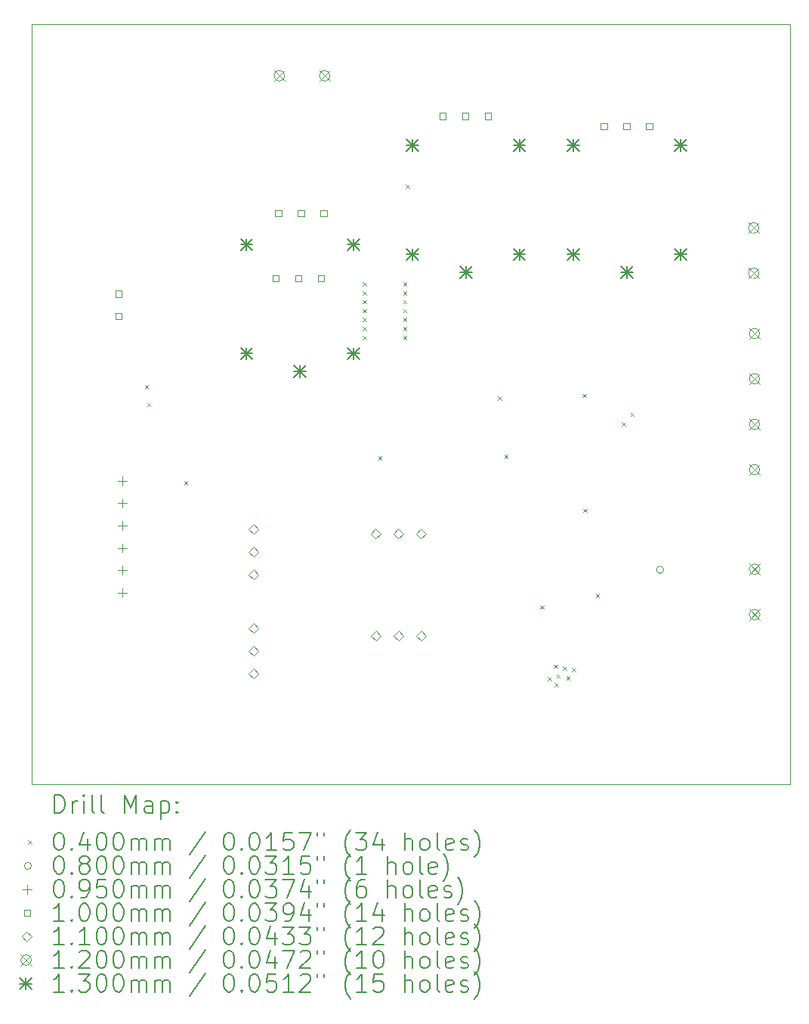
<source format=gbr>
%TF.GenerationSoftware,KiCad,Pcbnew,7.0.9*%
%TF.CreationDate,2024-03-04T19:45:21+05:30*%
%TF.ProjectId,Chg_Dschg Controller,4368675f-4473-4636-9867-20436f6e7472,rev?*%
%TF.SameCoordinates,Original*%
%TF.FileFunction,Drillmap*%
%TF.FilePolarity,Positive*%
%FSLAX45Y45*%
G04 Gerber Fmt 4.5, Leading zero omitted, Abs format (unit mm)*
G04 Created by KiCad (PCBNEW 7.0.9) date 2024-03-04 19:45:21*
%MOMM*%
%LPD*%
G01*
G04 APERTURE LIST*
%ADD10C,0.100000*%
%ADD11C,0.200000*%
%ADD12C,0.110000*%
%ADD13C,0.120000*%
%ADD14C,0.130000*%
G04 APERTURE END LIST*
D10*
X3370000Y-2595000D02*
X11865000Y-2595000D01*
X11865000Y-11105000D01*
X3370000Y-11105000D01*
X3370000Y-2595000D01*
D11*
D10*
X4634665Y-6628800D02*
X4674665Y-6668800D01*
X4674665Y-6628800D02*
X4634665Y-6668800D01*
X4660000Y-6830000D02*
X4700000Y-6870000D01*
X4700000Y-6830000D02*
X4660000Y-6870000D01*
X5075000Y-7705000D02*
X5115000Y-7745000D01*
X5115000Y-7705000D02*
X5075000Y-7745000D01*
X7080000Y-5480000D02*
X7120000Y-5520000D01*
X7120000Y-5480000D02*
X7080000Y-5520000D01*
X7080000Y-5580000D02*
X7120000Y-5620000D01*
X7120000Y-5580000D02*
X7080000Y-5620000D01*
X7080000Y-5680000D02*
X7120000Y-5720000D01*
X7120000Y-5680000D02*
X7080000Y-5720000D01*
X7080000Y-5780000D02*
X7120000Y-5820000D01*
X7120000Y-5780000D02*
X7080000Y-5820000D01*
X7080000Y-5880000D02*
X7120000Y-5920000D01*
X7120000Y-5880000D02*
X7080000Y-5920000D01*
X7080000Y-5980000D02*
X7120000Y-6020000D01*
X7120000Y-5980000D02*
X7080000Y-6020000D01*
X7080000Y-6080000D02*
X7120000Y-6120000D01*
X7120000Y-6080000D02*
X7080000Y-6120000D01*
X7250000Y-7430000D02*
X7290000Y-7470000D01*
X7290000Y-7430000D02*
X7250000Y-7470000D01*
X7530000Y-5480000D02*
X7570000Y-5520000D01*
X7570000Y-5480000D02*
X7530000Y-5520000D01*
X7530000Y-5580000D02*
X7570000Y-5620000D01*
X7570000Y-5580000D02*
X7530000Y-5620000D01*
X7530000Y-5680000D02*
X7570000Y-5720000D01*
X7570000Y-5680000D02*
X7530000Y-5720000D01*
X7530000Y-5780000D02*
X7570000Y-5820000D01*
X7570000Y-5780000D02*
X7530000Y-5820000D01*
X7530000Y-5880000D02*
X7570000Y-5920000D01*
X7570000Y-5880000D02*
X7530000Y-5920000D01*
X7530000Y-5980000D02*
X7570000Y-6020000D01*
X7570000Y-5980000D02*
X7530000Y-6020000D01*
X7530000Y-6080000D02*
X7570000Y-6120000D01*
X7570000Y-6080000D02*
X7530000Y-6120000D01*
X7560000Y-4390000D02*
X7600000Y-4430000D01*
X7600000Y-4390000D02*
X7560000Y-4430000D01*
X8595000Y-6760000D02*
X8635000Y-6800000D01*
X8635000Y-6760000D02*
X8595000Y-6800000D01*
X8665000Y-7410000D02*
X8705000Y-7450000D01*
X8705000Y-7410000D02*
X8665000Y-7450000D01*
X9070000Y-9100000D02*
X9110000Y-9140000D01*
X9110000Y-9100000D02*
X9070000Y-9140000D01*
X9150000Y-9900000D02*
X9190000Y-9940000D01*
X9190000Y-9900000D02*
X9150000Y-9940000D01*
X9220000Y-9760000D02*
X9260000Y-9800000D01*
X9260000Y-9760000D02*
X9220000Y-9800000D01*
X9230000Y-9970000D02*
X9270000Y-10010000D01*
X9270000Y-9970000D02*
X9230000Y-10010000D01*
X9250000Y-9870000D02*
X9290000Y-9910000D01*
X9290000Y-9870000D02*
X9250000Y-9910000D01*
X9320000Y-9780000D02*
X9360000Y-9820000D01*
X9360000Y-9780000D02*
X9320000Y-9820000D01*
X9360000Y-9890000D02*
X9400000Y-9930000D01*
X9400000Y-9890000D02*
X9360000Y-9930000D01*
X9420000Y-9800000D02*
X9460000Y-9840000D01*
X9460000Y-9800000D02*
X9420000Y-9840000D01*
X9540000Y-6730000D02*
X9580000Y-6770000D01*
X9580000Y-6730000D02*
X9540000Y-6770000D01*
X9550000Y-8015000D02*
X9590000Y-8055000D01*
X9590000Y-8015000D02*
X9550000Y-8055000D01*
X9690000Y-8970000D02*
X9730000Y-9010000D01*
X9730000Y-8970000D02*
X9690000Y-9010000D01*
X9980000Y-7046250D02*
X10020000Y-7086250D01*
X10020000Y-7046250D02*
X9980000Y-7086250D01*
X10080000Y-6941300D02*
X10120000Y-6981300D01*
X10120000Y-6941300D02*
X10080000Y-6981300D01*
X10450000Y-8700000D02*
G75*
G03*
X10450000Y-8700000I-40000J0D01*
G01*
X4383900Y-7657700D02*
X4383900Y-7752700D01*
X4336400Y-7705200D02*
X4431400Y-7705200D01*
X4383900Y-7907700D02*
X4383900Y-8002700D01*
X4336400Y-7955200D02*
X4431400Y-7955200D01*
X4383900Y-8157700D02*
X4383900Y-8252700D01*
X4336400Y-8205200D02*
X4431400Y-8205200D01*
X4383900Y-8407700D02*
X4383900Y-8502700D01*
X4336400Y-8455200D02*
X4431400Y-8455200D01*
X4383900Y-8657700D02*
X4383900Y-8752700D01*
X4336400Y-8705200D02*
X4431400Y-8705200D01*
X4383900Y-8907700D02*
X4383900Y-9002700D01*
X4336400Y-8955200D02*
X4431400Y-8955200D01*
X4375356Y-5645356D02*
X4375356Y-5574644D01*
X4304644Y-5574644D01*
X4304644Y-5645356D01*
X4375356Y-5645356D01*
X4375356Y-5895356D02*
X4375356Y-5824644D01*
X4304644Y-5824644D01*
X4304644Y-5895356D01*
X4375356Y-5895356D01*
X6137856Y-5470356D02*
X6137856Y-5399644D01*
X6067144Y-5399644D01*
X6067144Y-5470356D01*
X6137856Y-5470356D01*
X6167856Y-4745356D02*
X6167856Y-4674644D01*
X6097144Y-4674644D01*
X6097144Y-4745356D01*
X6167856Y-4745356D01*
X6391856Y-5470356D02*
X6391856Y-5399644D01*
X6321144Y-5399644D01*
X6321144Y-5470356D01*
X6391856Y-5470356D01*
X6421856Y-4745356D02*
X6421856Y-4674644D01*
X6351144Y-4674644D01*
X6351144Y-4745356D01*
X6421856Y-4745356D01*
X6645856Y-5470356D02*
X6645856Y-5399644D01*
X6575144Y-5399644D01*
X6575144Y-5470356D01*
X6645856Y-5470356D01*
X6675856Y-4745356D02*
X6675856Y-4674644D01*
X6605144Y-4674644D01*
X6605144Y-4745356D01*
X6675856Y-4745356D01*
X8010356Y-3655356D02*
X8010356Y-3584644D01*
X7939644Y-3584644D01*
X7939644Y-3655356D01*
X8010356Y-3655356D01*
X8264356Y-3655356D02*
X8264356Y-3584644D01*
X8193644Y-3584644D01*
X8193644Y-3655356D01*
X8264356Y-3655356D01*
X8518356Y-3655356D02*
X8518356Y-3584644D01*
X8447644Y-3584644D01*
X8447644Y-3655356D01*
X8518356Y-3655356D01*
X9817856Y-3770356D02*
X9817856Y-3699644D01*
X9747144Y-3699644D01*
X9747144Y-3770356D01*
X9817856Y-3770356D01*
X10071856Y-3770356D02*
X10071856Y-3699644D01*
X10001144Y-3699644D01*
X10001144Y-3770356D01*
X10071856Y-3770356D01*
X10325856Y-3770356D02*
X10325856Y-3699644D01*
X10255144Y-3699644D01*
X10255144Y-3770356D01*
X10325856Y-3770356D01*
D12*
X5855500Y-8301000D02*
X5910500Y-8246000D01*
X5855500Y-8191000D01*
X5800500Y-8246000D01*
X5855500Y-8301000D01*
X5855500Y-8555000D02*
X5910500Y-8500000D01*
X5855500Y-8445000D01*
X5800500Y-8500000D01*
X5855500Y-8555000D01*
X5855500Y-8809000D02*
X5910500Y-8754000D01*
X5855500Y-8699000D01*
X5800500Y-8754000D01*
X5855500Y-8809000D01*
X5855500Y-9411000D02*
X5910500Y-9356000D01*
X5855500Y-9301000D01*
X5800500Y-9356000D01*
X5855500Y-9411000D01*
X5855500Y-9665000D02*
X5910500Y-9610000D01*
X5855500Y-9555000D01*
X5800500Y-9610000D01*
X5855500Y-9665000D01*
X5855500Y-9919000D02*
X5910500Y-9864000D01*
X5855500Y-9809000D01*
X5800500Y-9864000D01*
X5855500Y-9919000D01*
X7221000Y-8349500D02*
X7276000Y-8294500D01*
X7221000Y-8239500D01*
X7166000Y-8294500D01*
X7221000Y-8349500D01*
X7226000Y-9494500D02*
X7281000Y-9439500D01*
X7226000Y-9384500D01*
X7171000Y-9439500D01*
X7226000Y-9494500D01*
X7475000Y-8349500D02*
X7530000Y-8294500D01*
X7475000Y-8239500D01*
X7420000Y-8294500D01*
X7475000Y-8349500D01*
X7480000Y-9494500D02*
X7535000Y-9439500D01*
X7480000Y-9384500D01*
X7425000Y-9439500D01*
X7480000Y-9494500D01*
X7729000Y-8349500D02*
X7784000Y-8294500D01*
X7729000Y-8239500D01*
X7674000Y-8294500D01*
X7729000Y-8349500D01*
X7734000Y-9494500D02*
X7789000Y-9439500D01*
X7734000Y-9384500D01*
X7679000Y-9439500D01*
X7734000Y-9494500D01*
D13*
X6084250Y-3109250D02*
X6204250Y-3229250D01*
X6204250Y-3109250D02*
X6084250Y-3229250D01*
X6204250Y-3169250D02*
G75*
G03*
X6204250Y-3169250I-60000J0D01*
G01*
X6592250Y-3109250D02*
X6712250Y-3229250D01*
X6712250Y-3109250D02*
X6592250Y-3229250D01*
X6712250Y-3169250D02*
G75*
G03*
X6712250Y-3169250I-60000J0D01*
G01*
X11400750Y-4812750D02*
X11520750Y-4932750D01*
X11520750Y-4812750D02*
X11400750Y-4932750D01*
X11520750Y-4872750D02*
G75*
G03*
X11520750Y-4872750I-60000J0D01*
G01*
X11400750Y-5320750D02*
X11520750Y-5440750D01*
X11520750Y-5320750D02*
X11400750Y-5440750D01*
X11520750Y-5380750D02*
G75*
G03*
X11520750Y-5380750I-60000J0D01*
G01*
X11410000Y-5995000D02*
X11530000Y-6115000D01*
X11530000Y-5995000D02*
X11410000Y-6115000D01*
X11530000Y-6055000D02*
G75*
G03*
X11530000Y-6055000I-60000J0D01*
G01*
X11410000Y-6503000D02*
X11530000Y-6623000D01*
X11530000Y-6503000D02*
X11410000Y-6623000D01*
X11530000Y-6563000D02*
G75*
G03*
X11530000Y-6563000I-60000J0D01*
G01*
X11410000Y-7011000D02*
X11530000Y-7131000D01*
X11530000Y-7011000D02*
X11410000Y-7131000D01*
X11530000Y-7071000D02*
G75*
G03*
X11530000Y-7071000I-60000J0D01*
G01*
X11410000Y-7519000D02*
X11530000Y-7639000D01*
X11530000Y-7519000D02*
X11410000Y-7639000D01*
X11530000Y-7579000D02*
G75*
G03*
X11530000Y-7579000I-60000J0D01*
G01*
X11410750Y-8632750D02*
X11530750Y-8752750D01*
X11530750Y-8632750D02*
X11410750Y-8752750D01*
X11530750Y-8692750D02*
G75*
G03*
X11530750Y-8692750I-60000J0D01*
G01*
X11410750Y-9140750D02*
X11530750Y-9260750D01*
X11530750Y-9140750D02*
X11410750Y-9260750D01*
X11530750Y-9200750D02*
G75*
G03*
X11530750Y-9200750I-60000J0D01*
G01*
D14*
X5710000Y-4992750D02*
X5840000Y-5122750D01*
X5840000Y-4992750D02*
X5710000Y-5122750D01*
X5775000Y-4992750D02*
X5775000Y-5122750D01*
X5710000Y-5057750D02*
X5840000Y-5057750D01*
X5710000Y-6212750D02*
X5840000Y-6342750D01*
X5840000Y-6212750D02*
X5710000Y-6342750D01*
X5775000Y-6212750D02*
X5775000Y-6342750D01*
X5710000Y-6277750D02*
X5840000Y-6277750D01*
X6310000Y-6412750D02*
X6440000Y-6542750D01*
X6440000Y-6412750D02*
X6310000Y-6542750D01*
X6375000Y-6412750D02*
X6375000Y-6542750D01*
X6310000Y-6477750D02*
X6440000Y-6477750D01*
X6910000Y-4992750D02*
X7040000Y-5122750D01*
X7040000Y-4992750D02*
X6910000Y-5122750D01*
X6975000Y-4992750D02*
X6975000Y-5122750D01*
X6910000Y-5057750D02*
X7040000Y-5057750D01*
X6910000Y-6212750D02*
X7040000Y-6342750D01*
X7040000Y-6212750D02*
X6910000Y-6342750D01*
X6975000Y-6212750D02*
X6975000Y-6342750D01*
X6910000Y-6277750D02*
X7040000Y-6277750D01*
X7570000Y-3882750D02*
X7700000Y-4012750D01*
X7700000Y-3882750D02*
X7570000Y-4012750D01*
X7635000Y-3882750D02*
X7635000Y-4012750D01*
X7570000Y-3947750D02*
X7700000Y-3947750D01*
X7570000Y-5102750D02*
X7700000Y-5232750D01*
X7700000Y-5102750D02*
X7570000Y-5232750D01*
X7635000Y-5102750D02*
X7635000Y-5232750D01*
X7570000Y-5167750D02*
X7700000Y-5167750D01*
X8170000Y-5302750D02*
X8300000Y-5432750D01*
X8300000Y-5302750D02*
X8170000Y-5432750D01*
X8235000Y-5302750D02*
X8235000Y-5432750D01*
X8170000Y-5367750D02*
X8300000Y-5367750D01*
X8770000Y-3882750D02*
X8900000Y-4012750D01*
X8900000Y-3882750D02*
X8770000Y-4012750D01*
X8835000Y-3882750D02*
X8835000Y-4012750D01*
X8770000Y-3947750D02*
X8900000Y-3947750D01*
X8770000Y-5102750D02*
X8900000Y-5232750D01*
X8900000Y-5102750D02*
X8770000Y-5232750D01*
X8835000Y-5102750D02*
X8835000Y-5232750D01*
X8770000Y-5167750D02*
X8900000Y-5167750D01*
X9375000Y-3882750D02*
X9505000Y-4012750D01*
X9505000Y-3882750D02*
X9375000Y-4012750D01*
X9440000Y-3882750D02*
X9440000Y-4012750D01*
X9375000Y-3947750D02*
X9505000Y-3947750D01*
X9375000Y-5102750D02*
X9505000Y-5232750D01*
X9505000Y-5102750D02*
X9375000Y-5232750D01*
X9440000Y-5102750D02*
X9440000Y-5232750D01*
X9375000Y-5167750D02*
X9505000Y-5167750D01*
X9975000Y-5302750D02*
X10105000Y-5432750D01*
X10105000Y-5302750D02*
X9975000Y-5432750D01*
X10040000Y-5302750D02*
X10040000Y-5432750D01*
X9975000Y-5367750D02*
X10105000Y-5367750D01*
X10575000Y-3882750D02*
X10705000Y-4012750D01*
X10705000Y-3882750D02*
X10575000Y-4012750D01*
X10640000Y-3882750D02*
X10640000Y-4012750D01*
X10575000Y-3947750D02*
X10705000Y-3947750D01*
X10575000Y-5102750D02*
X10705000Y-5232750D01*
X10705000Y-5102750D02*
X10575000Y-5232750D01*
X10640000Y-5102750D02*
X10640000Y-5232750D01*
X10575000Y-5167750D02*
X10705000Y-5167750D01*
D11*
X3625777Y-11421484D02*
X3625777Y-11221484D01*
X3625777Y-11221484D02*
X3673396Y-11221484D01*
X3673396Y-11221484D02*
X3701967Y-11231008D01*
X3701967Y-11231008D02*
X3721015Y-11250055D01*
X3721015Y-11250055D02*
X3730539Y-11269103D01*
X3730539Y-11269103D02*
X3740062Y-11307198D01*
X3740062Y-11307198D02*
X3740062Y-11335769D01*
X3740062Y-11335769D02*
X3730539Y-11373865D01*
X3730539Y-11373865D02*
X3721015Y-11392912D01*
X3721015Y-11392912D02*
X3701967Y-11411960D01*
X3701967Y-11411960D02*
X3673396Y-11421484D01*
X3673396Y-11421484D02*
X3625777Y-11421484D01*
X3825777Y-11421484D02*
X3825777Y-11288150D01*
X3825777Y-11326246D02*
X3835301Y-11307198D01*
X3835301Y-11307198D02*
X3844824Y-11297674D01*
X3844824Y-11297674D02*
X3863872Y-11288150D01*
X3863872Y-11288150D02*
X3882920Y-11288150D01*
X3949586Y-11421484D02*
X3949586Y-11288150D01*
X3949586Y-11221484D02*
X3940062Y-11231008D01*
X3940062Y-11231008D02*
X3949586Y-11240531D01*
X3949586Y-11240531D02*
X3959110Y-11231008D01*
X3959110Y-11231008D02*
X3949586Y-11221484D01*
X3949586Y-11221484D02*
X3949586Y-11240531D01*
X4073396Y-11421484D02*
X4054348Y-11411960D01*
X4054348Y-11411960D02*
X4044824Y-11392912D01*
X4044824Y-11392912D02*
X4044824Y-11221484D01*
X4178158Y-11421484D02*
X4159110Y-11411960D01*
X4159110Y-11411960D02*
X4149586Y-11392912D01*
X4149586Y-11392912D02*
X4149586Y-11221484D01*
X4406729Y-11421484D02*
X4406729Y-11221484D01*
X4406729Y-11221484D02*
X4473396Y-11364341D01*
X4473396Y-11364341D02*
X4540063Y-11221484D01*
X4540063Y-11221484D02*
X4540063Y-11421484D01*
X4721015Y-11421484D02*
X4721015Y-11316722D01*
X4721015Y-11316722D02*
X4711491Y-11297674D01*
X4711491Y-11297674D02*
X4692444Y-11288150D01*
X4692444Y-11288150D02*
X4654348Y-11288150D01*
X4654348Y-11288150D02*
X4635301Y-11297674D01*
X4721015Y-11411960D02*
X4701967Y-11421484D01*
X4701967Y-11421484D02*
X4654348Y-11421484D01*
X4654348Y-11421484D02*
X4635301Y-11411960D01*
X4635301Y-11411960D02*
X4625777Y-11392912D01*
X4625777Y-11392912D02*
X4625777Y-11373865D01*
X4625777Y-11373865D02*
X4635301Y-11354817D01*
X4635301Y-11354817D02*
X4654348Y-11345293D01*
X4654348Y-11345293D02*
X4701967Y-11345293D01*
X4701967Y-11345293D02*
X4721015Y-11335769D01*
X4816253Y-11288150D02*
X4816253Y-11488150D01*
X4816253Y-11297674D02*
X4835301Y-11288150D01*
X4835301Y-11288150D02*
X4873396Y-11288150D01*
X4873396Y-11288150D02*
X4892444Y-11297674D01*
X4892444Y-11297674D02*
X4901967Y-11307198D01*
X4901967Y-11307198D02*
X4911491Y-11326246D01*
X4911491Y-11326246D02*
X4911491Y-11383388D01*
X4911491Y-11383388D02*
X4901967Y-11402436D01*
X4901967Y-11402436D02*
X4892444Y-11411960D01*
X4892444Y-11411960D02*
X4873396Y-11421484D01*
X4873396Y-11421484D02*
X4835301Y-11421484D01*
X4835301Y-11421484D02*
X4816253Y-11411960D01*
X4997205Y-11402436D02*
X5006729Y-11411960D01*
X5006729Y-11411960D02*
X4997205Y-11421484D01*
X4997205Y-11421484D02*
X4987682Y-11411960D01*
X4987682Y-11411960D02*
X4997205Y-11402436D01*
X4997205Y-11402436D02*
X4997205Y-11421484D01*
X4997205Y-11297674D02*
X5006729Y-11307198D01*
X5006729Y-11307198D02*
X4997205Y-11316722D01*
X4997205Y-11316722D02*
X4987682Y-11307198D01*
X4987682Y-11307198D02*
X4997205Y-11297674D01*
X4997205Y-11297674D02*
X4997205Y-11316722D01*
D10*
X3325000Y-11730000D02*
X3365000Y-11770000D01*
X3365000Y-11730000D02*
X3325000Y-11770000D01*
D11*
X3663872Y-11641484D02*
X3682920Y-11641484D01*
X3682920Y-11641484D02*
X3701967Y-11651008D01*
X3701967Y-11651008D02*
X3711491Y-11660531D01*
X3711491Y-11660531D02*
X3721015Y-11679579D01*
X3721015Y-11679579D02*
X3730539Y-11717674D01*
X3730539Y-11717674D02*
X3730539Y-11765293D01*
X3730539Y-11765293D02*
X3721015Y-11803388D01*
X3721015Y-11803388D02*
X3711491Y-11822436D01*
X3711491Y-11822436D02*
X3701967Y-11831960D01*
X3701967Y-11831960D02*
X3682920Y-11841484D01*
X3682920Y-11841484D02*
X3663872Y-11841484D01*
X3663872Y-11841484D02*
X3644824Y-11831960D01*
X3644824Y-11831960D02*
X3635301Y-11822436D01*
X3635301Y-11822436D02*
X3625777Y-11803388D01*
X3625777Y-11803388D02*
X3616253Y-11765293D01*
X3616253Y-11765293D02*
X3616253Y-11717674D01*
X3616253Y-11717674D02*
X3625777Y-11679579D01*
X3625777Y-11679579D02*
X3635301Y-11660531D01*
X3635301Y-11660531D02*
X3644824Y-11651008D01*
X3644824Y-11651008D02*
X3663872Y-11641484D01*
X3816253Y-11822436D02*
X3825777Y-11831960D01*
X3825777Y-11831960D02*
X3816253Y-11841484D01*
X3816253Y-11841484D02*
X3806729Y-11831960D01*
X3806729Y-11831960D02*
X3816253Y-11822436D01*
X3816253Y-11822436D02*
X3816253Y-11841484D01*
X3997205Y-11708150D02*
X3997205Y-11841484D01*
X3949586Y-11631960D02*
X3901967Y-11774817D01*
X3901967Y-11774817D02*
X4025777Y-11774817D01*
X4140062Y-11641484D02*
X4159110Y-11641484D01*
X4159110Y-11641484D02*
X4178158Y-11651008D01*
X4178158Y-11651008D02*
X4187682Y-11660531D01*
X4187682Y-11660531D02*
X4197205Y-11679579D01*
X4197205Y-11679579D02*
X4206729Y-11717674D01*
X4206729Y-11717674D02*
X4206729Y-11765293D01*
X4206729Y-11765293D02*
X4197205Y-11803388D01*
X4197205Y-11803388D02*
X4187682Y-11822436D01*
X4187682Y-11822436D02*
X4178158Y-11831960D01*
X4178158Y-11831960D02*
X4159110Y-11841484D01*
X4159110Y-11841484D02*
X4140062Y-11841484D01*
X4140062Y-11841484D02*
X4121015Y-11831960D01*
X4121015Y-11831960D02*
X4111491Y-11822436D01*
X4111491Y-11822436D02*
X4101967Y-11803388D01*
X4101967Y-11803388D02*
X4092443Y-11765293D01*
X4092443Y-11765293D02*
X4092443Y-11717674D01*
X4092443Y-11717674D02*
X4101967Y-11679579D01*
X4101967Y-11679579D02*
X4111491Y-11660531D01*
X4111491Y-11660531D02*
X4121015Y-11651008D01*
X4121015Y-11651008D02*
X4140062Y-11641484D01*
X4330539Y-11641484D02*
X4349586Y-11641484D01*
X4349586Y-11641484D02*
X4368634Y-11651008D01*
X4368634Y-11651008D02*
X4378158Y-11660531D01*
X4378158Y-11660531D02*
X4387682Y-11679579D01*
X4387682Y-11679579D02*
X4397205Y-11717674D01*
X4397205Y-11717674D02*
X4397205Y-11765293D01*
X4397205Y-11765293D02*
X4387682Y-11803388D01*
X4387682Y-11803388D02*
X4378158Y-11822436D01*
X4378158Y-11822436D02*
X4368634Y-11831960D01*
X4368634Y-11831960D02*
X4349586Y-11841484D01*
X4349586Y-11841484D02*
X4330539Y-11841484D01*
X4330539Y-11841484D02*
X4311491Y-11831960D01*
X4311491Y-11831960D02*
X4301967Y-11822436D01*
X4301967Y-11822436D02*
X4292444Y-11803388D01*
X4292444Y-11803388D02*
X4282920Y-11765293D01*
X4282920Y-11765293D02*
X4282920Y-11717674D01*
X4282920Y-11717674D02*
X4292444Y-11679579D01*
X4292444Y-11679579D02*
X4301967Y-11660531D01*
X4301967Y-11660531D02*
X4311491Y-11651008D01*
X4311491Y-11651008D02*
X4330539Y-11641484D01*
X4482920Y-11841484D02*
X4482920Y-11708150D01*
X4482920Y-11727198D02*
X4492444Y-11717674D01*
X4492444Y-11717674D02*
X4511491Y-11708150D01*
X4511491Y-11708150D02*
X4540063Y-11708150D01*
X4540063Y-11708150D02*
X4559110Y-11717674D01*
X4559110Y-11717674D02*
X4568634Y-11736722D01*
X4568634Y-11736722D02*
X4568634Y-11841484D01*
X4568634Y-11736722D02*
X4578158Y-11717674D01*
X4578158Y-11717674D02*
X4597205Y-11708150D01*
X4597205Y-11708150D02*
X4625777Y-11708150D01*
X4625777Y-11708150D02*
X4644825Y-11717674D01*
X4644825Y-11717674D02*
X4654348Y-11736722D01*
X4654348Y-11736722D02*
X4654348Y-11841484D01*
X4749586Y-11841484D02*
X4749586Y-11708150D01*
X4749586Y-11727198D02*
X4759110Y-11717674D01*
X4759110Y-11717674D02*
X4778158Y-11708150D01*
X4778158Y-11708150D02*
X4806729Y-11708150D01*
X4806729Y-11708150D02*
X4825777Y-11717674D01*
X4825777Y-11717674D02*
X4835301Y-11736722D01*
X4835301Y-11736722D02*
X4835301Y-11841484D01*
X4835301Y-11736722D02*
X4844825Y-11717674D01*
X4844825Y-11717674D02*
X4863872Y-11708150D01*
X4863872Y-11708150D02*
X4892444Y-11708150D01*
X4892444Y-11708150D02*
X4911491Y-11717674D01*
X4911491Y-11717674D02*
X4921015Y-11736722D01*
X4921015Y-11736722D02*
X4921015Y-11841484D01*
X5311491Y-11631960D02*
X5140063Y-11889103D01*
X5568634Y-11641484D02*
X5587682Y-11641484D01*
X5587682Y-11641484D02*
X5606729Y-11651008D01*
X5606729Y-11651008D02*
X5616253Y-11660531D01*
X5616253Y-11660531D02*
X5625777Y-11679579D01*
X5625777Y-11679579D02*
X5635301Y-11717674D01*
X5635301Y-11717674D02*
X5635301Y-11765293D01*
X5635301Y-11765293D02*
X5625777Y-11803388D01*
X5625777Y-11803388D02*
X5616253Y-11822436D01*
X5616253Y-11822436D02*
X5606729Y-11831960D01*
X5606729Y-11831960D02*
X5587682Y-11841484D01*
X5587682Y-11841484D02*
X5568634Y-11841484D01*
X5568634Y-11841484D02*
X5549587Y-11831960D01*
X5549587Y-11831960D02*
X5540063Y-11822436D01*
X5540063Y-11822436D02*
X5530539Y-11803388D01*
X5530539Y-11803388D02*
X5521015Y-11765293D01*
X5521015Y-11765293D02*
X5521015Y-11717674D01*
X5521015Y-11717674D02*
X5530539Y-11679579D01*
X5530539Y-11679579D02*
X5540063Y-11660531D01*
X5540063Y-11660531D02*
X5549587Y-11651008D01*
X5549587Y-11651008D02*
X5568634Y-11641484D01*
X5721015Y-11822436D02*
X5730539Y-11831960D01*
X5730539Y-11831960D02*
X5721015Y-11841484D01*
X5721015Y-11841484D02*
X5711491Y-11831960D01*
X5711491Y-11831960D02*
X5721015Y-11822436D01*
X5721015Y-11822436D02*
X5721015Y-11841484D01*
X5854348Y-11641484D02*
X5873396Y-11641484D01*
X5873396Y-11641484D02*
X5892444Y-11651008D01*
X5892444Y-11651008D02*
X5901967Y-11660531D01*
X5901967Y-11660531D02*
X5911491Y-11679579D01*
X5911491Y-11679579D02*
X5921015Y-11717674D01*
X5921015Y-11717674D02*
X5921015Y-11765293D01*
X5921015Y-11765293D02*
X5911491Y-11803388D01*
X5911491Y-11803388D02*
X5901967Y-11822436D01*
X5901967Y-11822436D02*
X5892444Y-11831960D01*
X5892444Y-11831960D02*
X5873396Y-11841484D01*
X5873396Y-11841484D02*
X5854348Y-11841484D01*
X5854348Y-11841484D02*
X5835301Y-11831960D01*
X5835301Y-11831960D02*
X5825777Y-11822436D01*
X5825777Y-11822436D02*
X5816253Y-11803388D01*
X5816253Y-11803388D02*
X5806729Y-11765293D01*
X5806729Y-11765293D02*
X5806729Y-11717674D01*
X5806729Y-11717674D02*
X5816253Y-11679579D01*
X5816253Y-11679579D02*
X5825777Y-11660531D01*
X5825777Y-11660531D02*
X5835301Y-11651008D01*
X5835301Y-11651008D02*
X5854348Y-11641484D01*
X6111491Y-11841484D02*
X5997206Y-11841484D01*
X6054348Y-11841484D02*
X6054348Y-11641484D01*
X6054348Y-11641484D02*
X6035301Y-11670055D01*
X6035301Y-11670055D02*
X6016253Y-11689103D01*
X6016253Y-11689103D02*
X5997206Y-11698627D01*
X6292444Y-11641484D02*
X6197206Y-11641484D01*
X6197206Y-11641484D02*
X6187682Y-11736722D01*
X6187682Y-11736722D02*
X6197206Y-11727198D01*
X6197206Y-11727198D02*
X6216253Y-11717674D01*
X6216253Y-11717674D02*
X6263872Y-11717674D01*
X6263872Y-11717674D02*
X6282920Y-11727198D01*
X6282920Y-11727198D02*
X6292444Y-11736722D01*
X6292444Y-11736722D02*
X6301967Y-11755769D01*
X6301967Y-11755769D02*
X6301967Y-11803388D01*
X6301967Y-11803388D02*
X6292444Y-11822436D01*
X6292444Y-11822436D02*
X6282920Y-11831960D01*
X6282920Y-11831960D02*
X6263872Y-11841484D01*
X6263872Y-11841484D02*
X6216253Y-11841484D01*
X6216253Y-11841484D02*
X6197206Y-11831960D01*
X6197206Y-11831960D02*
X6187682Y-11822436D01*
X6368634Y-11641484D02*
X6501967Y-11641484D01*
X6501967Y-11641484D02*
X6416253Y-11841484D01*
X6568634Y-11641484D02*
X6568634Y-11679579D01*
X6644825Y-11641484D02*
X6644825Y-11679579D01*
X6940063Y-11917674D02*
X6930539Y-11908150D01*
X6930539Y-11908150D02*
X6911491Y-11879579D01*
X6911491Y-11879579D02*
X6901968Y-11860531D01*
X6901968Y-11860531D02*
X6892444Y-11831960D01*
X6892444Y-11831960D02*
X6882920Y-11784341D01*
X6882920Y-11784341D02*
X6882920Y-11746246D01*
X6882920Y-11746246D02*
X6892444Y-11698627D01*
X6892444Y-11698627D02*
X6901968Y-11670055D01*
X6901968Y-11670055D02*
X6911491Y-11651008D01*
X6911491Y-11651008D02*
X6930539Y-11622436D01*
X6930539Y-11622436D02*
X6940063Y-11612912D01*
X6997206Y-11641484D02*
X7121015Y-11641484D01*
X7121015Y-11641484D02*
X7054348Y-11717674D01*
X7054348Y-11717674D02*
X7082920Y-11717674D01*
X7082920Y-11717674D02*
X7101968Y-11727198D01*
X7101968Y-11727198D02*
X7111491Y-11736722D01*
X7111491Y-11736722D02*
X7121015Y-11755769D01*
X7121015Y-11755769D02*
X7121015Y-11803388D01*
X7121015Y-11803388D02*
X7111491Y-11822436D01*
X7111491Y-11822436D02*
X7101968Y-11831960D01*
X7101968Y-11831960D02*
X7082920Y-11841484D01*
X7082920Y-11841484D02*
X7025777Y-11841484D01*
X7025777Y-11841484D02*
X7006729Y-11831960D01*
X7006729Y-11831960D02*
X6997206Y-11822436D01*
X7292444Y-11708150D02*
X7292444Y-11841484D01*
X7244825Y-11631960D02*
X7197206Y-11774817D01*
X7197206Y-11774817D02*
X7321015Y-11774817D01*
X7549587Y-11841484D02*
X7549587Y-11641484D01*
X7635301Y-11841484D02*
X7635301Y-11736722D01*
X7635301Y-11736722D02*
X7625777Y-11717674D01*
X7625777Y-11717674D02*
X7606730Y-11708150D01*
X7606730Y-11708150D02*
X7578158Y-11708150D01*
X7578158Y-11708150D02*
X7559110Y-11717674D01*
X7559110Y-11717674D02*
X7549587Y-11727198D01*
X7759110Y-11841484D02*
X7740063Y-11831960D01*
X7740063Y-11831960D02*
X7730539Y-11822436D01*
X7730539Y-11822436D02*
X7721015Y-11803388D01*
X7721015Y-11803388D02*
X7721015Y-11746246D01*
X7721015Y-11746246D02*
X7730539Y-11727198D01*
X7730539Y-11727198D02*
X7740063Y-11717674D01*
X7740063Y-11717674D02*
X7759110Y-11708150D01*
X7759110Y-11708150D02*
X7787682Y-11708150D01*
X7787682Y-11708150D02*
X7806730Y-11717674D01*
X7806730Y-11717674D02*
X7816253Y-11727198D01*
X7816253Y-11727198D02*
X7825777Y-11746246D01*
X7825777Y-11746246D02*
X7825777Y-11803388D01*
X7825777Y-11803388D02*
X7816253Y-11822436D01*
X7816253Y-11822436D02*
X7806730Y-11831960D01*
X7806730Y-11831960D02*
X7787682Y-11841484D01*
X7787682Y-11841484D02*
X7759110Y-11841484D01*
X7940063Y-11841484D02*
X7921015Y-11831960D01*
X7921015Y-11831960D02*
X7911491Y-11812912D01*
X7911491Y-11812912D02*
X7911491Y-11641484D01*
X8092444Y-11831960D02*
X8073396Y-11841484D01*
X8073396Y-11841484D02*
X8035301Y-11841484D01*
X8035301Y-11841484D02*
X8016253Y-11831960D01*
X8016253Y-11831960D02*
X8006730Y-11812912D01*
X8006730Y-11812912D02*
X8006730Y-11736722D01*
X8006730Y-11736722D02*
X8016253Y-11717674D01*
X8016253Y-11717674D02*
X8035301Y-11708150D01*
X8035301Y-11708150D02*
X8073396Y-11708150D01*
X8073396Y-11708150D02*
X8092444Y-11717674D01*
X8092444Y-11717674D02*
X8101968Y-11736722D01*
X8101968Y-11736722D02*
X8101968Y-11755769D01*
X8101968Y-11755769D02*
X8006730Y-11774817D01*
X8178158Y-11831960D02*
X8197206Y-11841484D01*
X8197206Y-11841484D02*
X8235301Y-11841484D01*
X8235301Y-11841484D02*
X8254349Y-11831960D01*
X8254349Y-11831960D02*
X8263872Y-11812912D01*
X8263872Y-11812912D02*
X8263872Y-11803388D01*
X8263872Y-11803388D02*
X8254349Y-11784341D01*
X8254349Y-11784341D02*
X8235301Y-11774817D01*
X8235301Y-11774817D02*
X8206730Y-11774817D01*
X8206730Y-11774817D02*
X8187682Y-11765293D01*
X8187682Y-11765293D02*
X8178158Y-11746246D01*
X8178158Y-11746246D02*
X8178158Y-11736722D01*
X8178158Y-11736722D02*
X8187682Y-11717674D01*
X8187682Y-11717674D02*
X8206730Y-11708150D01*
X8206730Y-11708150D02*
X8235301Y-11708150D01*
X8235301Y-11708150D02*
X8254349Y-11717674D01*
X8330539Y-11917674D02*
X8340063Y-11908150D01*
X8340063Y-11908150D02*
X8359111Y-11879579D01*
X8359111Y-11879579D02*
X8368634Y-11860531D01*
X8368634Y-11860531D02*
X8378158Y-11831960D01*
X8378158Y-11831960D02*
X8387682Y-11784341D01*
X8387682Y-11784341D02*
X8387682Y-11746246D01*
X8387682Y-11746246D02*
X8378158Y-11698627D01*
X8378158Y-11698627D02*
X8368634Y-11670055D01*
X8368634Y-11670055D02*
X8359111Y-11651008D01*
X8359111Y-11651008D02*
X8340063Y-11622436D01*
X8340063Y-11622436D02*
X8330539Y-11612912D01*
D10*
X3365000Y-12014000D02*
G75*
G03*
X3365000Y-12014000I-40000J0D01*
G01*
D11*
X3663872Y-11905484D02*
X3682920Y-11905484D01*
X3682920Y-11905484D02*
X3701967Y-11915008D01*
X3701967Y-11915008D02*
X3711491Y-11924531D01*
X3711491Y-11924531D02*
X3721015Y-11943579D01*
X3721015Y-11943579D02*
X3730539Y-11981674D01*
X3730539Y-11981674D02*
X3730539Y-12029293D01*
X3730539Y-12029293D02*
X3721015Y-12067388D01*
X3721015Y-12067388D02*
X3711491Y-12086436D01*
X3711491Y-12086436D02*
X3701967Y-12095960D01*
X3701967Y-12095960D02*
X3682920Y-12105484D01*
X3682920Y-12105484D02*
X3663872Y-12105484D01*
X3663872Y-12105484D02*
X3644824Y-12095960D01*
X3644824Y-12095960D02*
X3635301Y-12086436D01*
X3635301Y-12086436D02*
X3625777Y-12067388D01*
X3625777Y-12067388D02*
X3616253Y-12029293D01*
X3616253Y-12029293D02*
X3616253Y-11981674D01*
X3616253Y-11981674D02*
X3625777Y-11943579D01*
X3625777Y-11943579D02*
X3635301Y-11924531D01*
X3635301Y-11924531D02*
X3644824Y-11915008D01*
X3644824Y-11915008D02*
X3663872Y-11905484D01*
X3816253Y-12086436D02*
X3825777Y-12095960D01*
X3825777Y-12095960D02*
X3816253Y-12105484D01*
X3816253Y-12105484D02*
X3806729Y-12095960D01*
X3806729Y-12095960D02*
X3816253Y-12086436D01*
X3816253Y-12086436D02*
X3816253Y-12105484D01*
X3940062Y-11991198D02*
X3921015Y-11981674D01*
X3921015Y-11981674D02*
X3911491Y-11972150D01*
X3911491Y-11972150D02*
X3901967Y-11953103D01*
X3901967Y-11953103D02*
X3901967Y-11943579D01*
X3901967Y-11943579D02*
X3911491Y-11924531D01*
X3911491Y-11924531D02*
X3921015Y-11915008D01*
X3921015Y-11915008D02*
X3940062Y-11905484D01*
X3940062Y-11905484D02*
X3978158Y-11905484D01*
X3978158Y-11905484D02*
X3997205Y-11915008D01*
X3997205Y-11915008D02*
X4006729Y-11924531D01*
X4006729Y-11924531D02*
X4016253Y-11943579D01*
X4016253Y-11943579D02*
X4016253Y-11953103D01*
X4016253Y-11953103D02*
X4006729Y-11972150D01*
X4006729Y-11972150D02*
X3997205Y-11981674D01*
X3997205Y-11981674D02*
X3978158Y-11991198D01*
X3978158Y-11991198D02*
X3940062Y-11991198D01*
X3940062Y-11991198D02*
X3921015Y-12000722D01*
X3921015Y-12000722D02*
X3911491Y-12010246D01*
X3911491Y-12010246D02*
X3901967Y-12029293D01*
X3901967Y-12029293D02*
X3901967Y-12067388D01*
X3901967Y-12067388D02*
X3911491Y-12086436D01*
X3911491Y-12086436D02*
X3921015Y-12095960D01*
X3921015Y-12095960D02*
X3940062Y-12105484D01*
X3940062Y-12105484D02*
X3978158Y-12105484D01*
X3978158Y-12105484D02*
X3997205Y-12095960D01*
X3997205Y-12095960D02*
X4006729Y-12086436D01*
X4006729Y-12086436D02*
X4016253Y-12067388D01*
X4016253Y-12067388D02*
X4016253Y-12029293D01*
X4016253Y-12029293D02*
X4006729Y-12010246D01*
X4006729Y-12010246D02*
X3997205Y-12000722D01*
X3997205Y-12000722D02*
X3978158Y-11991198D01*
X4140062Y-11905484D02*
X4159110Y-11905484D01*
X4159110Y-11905484D02*
X4178158Y-11915008D01*
X4178158Y-11915008D02*
X4187682Y-11924531D01*
X4187682Y-11924531D02*
X4197205Y-11943579D01*
X4197205Y-11943579D02*
X4206729Y-11981674D01*
X4206729Y-11981674D02*
X4206729Y-12029293D01*
X4206729Y-12029293D02*
X4197205Y-12067388D01*
X4197205Y-12067388D02*
X4187682Y-12086436D01*
X4187682Y-12086436D02*
X4178158Y-12095960D01*
X4178158Y-12095960D02*
X4159110Y-12105484D01*
X4159110Y-12105484D02*
X4140062Y-12105484D01*
X4140062Y-12105484D02*
X4121015Y-12095960D01*
X4121015Y-12095960D02*
X4111491Y-12086436D01*
X4111491Y-12086436D02*
X4101967Y-12067388D01*
X4101967Y-12067388D02*
X4092443Y-12029293D01*
X4092443Y-12029293D02*
X4092443Y-11981674D01*
X4092443Y-11981674D02*
X4101967Y-11943579D01*
X4101967Y-11943579D02*
X4111491Y-11924531D01*
X4111491Y-11924531D02*
X4121015Y-11915008D01*
X4121015Y-11915008D02*
X4140062Y-11905484D01*
X4330539Y-11905484D02*
X4349586Y-11905484D01*
X4349586Y-11905484D02*
X4368634Y-11915008D01*
X4368634Y-11915008D02*
X4378158Y-11924531D01*
X4378158Y-11924531D02*
X4387682Y-11943579D01*
X4387682Y-11943579D02*
X4397205Y-11981674D01*
X4397205Y-11981674D02*
X4397205Y-12029293D01*
X4397205Y-12029293D02*
X4387682Y-12067388D01*
X4387682Y-12067388D02*
X4378158Y-12086436D01*
X4378158Y-12086436D02*
X4368634Y-12095960D01*
X4368634Y-12095960D02*
X4349586Y-12105484D01*
X4349586Y-12105484D02*
X4330539Y-12105484D01*
X4330539Y-12105484D02*
X4311491Y-12095960D01*
X4311491Y-12095960D02*
X4301967Y-12086436D01*
X4301967Y-12086436D02*
X4292444Y-12067388D01*
X4292444Y-12067388D02*
X4282920Y-12029293D01*
X4282920Y-12029293D02*
X4282920Y-11981674D01*
X4282920Y-11981674D02*
X4292444Y-11943579D01*
X4292444Y-11943579D02*
X4301967Y-11924531D01*
X4301967Y-11924531D02*
X4311491Y-11915008D01*
X4311491Y-11915008D02*
X4330539Y-11905484D01*
X4482920Y-12105484D02*
X4482920Y-11972150D01*
X4482920Y-11991198D02*
X4492444Y-11981674D01*
X4492444Y-11981674D02*
X4511491Y-11972150D01*
X4511491Y-11972150D02*
X4540063Y-11972150D01*
X4540063Y-11972150D02*
X4559110Y-11981674D01*
X4559110Y-11981674D02*
X4568634Y-12000722D01*
X4568634Y-12000722D02*
X4568634Y-12105484D01*
X4568634Y-12000722D02*
X4578158Y-11981674D01*
X4578158Y-11981674D02*
X4597205Y-11972150D01*
X4597205Y-11972150D02*
X4625777Y-11972150D01*
X4625777Y-11972150D02*
X4644825Y-11981674D01*
X4644825Y-11981674D02*
X4654348Y-12000722D01*
X4654348Y-12000722D02*
X4654348Y-12105484D01*
X4749586Y-12105484D02*
X4749586Y-11972150D01*
X4749586Y-11991198D02*
X4759110Y-11981674D01*
X4759110Y-11981674D02*
X4778158Y-11972150D01*
X4778158Y-11972150D02*
X4806729Y-11972150D01*
X4806729Y-11972150D02*
X4825777Y-11981674D01*
X4825777Y-11981674D02*
X4835301Y-12000722D01*
X4835301Y-12000722D02*
X4835301Y-12105484D01*
X4835301Y-12000722D02*
X4844825Y-11981674D01*
X4844825Y-11981674D02*
X4863872Y-11972150D01*
X4863872Y-11972150D02*
X4892444Y-11972150D01*
X4892444Y-11972150D02*
X4911491Y-11981674D01*
X4911491Y-11981674D02*
X4921015Y-12000722D01*
X4921015Y-12000722D02*
X4921015Y-12105484D01*
X5311491Y-11895960D02*
X5140063Y-12153103D01*
X5568634Y-11905484D02*
X5587682Y-11905484D01*
X5587682Y-11905484D02*
X5606729Y-11915008D01*
X5606729Y-11915008D02*
X5616253Y-11924531D01*
X5616253Y-11924531D02*
X5625777Y-11943579D01*
X5625777Y-11943579D02*
X5635301Y-11981674D01*
X5635301Y-11981674D02*
X5635301Y-12029293D01*
X5635301Y-12029293D02*
X5625777Y-12067388D01*
X5625777Y-12067388D02*
X5616253Y-12086436D01*
X5616253Y-12086436D02*
X5606729Y-12095960D01*
X5606729Y-12095960D02*
X5587682Y-12105484D01*
X5587682Y-12105484D02*
X5568634Y-12105484D01*
X5568634Y-12105484D02*
X5549587Y-12095960D01*
X5549587Y-12095960D02*
X5540063Y-12086436D01*
X5540063Y-12086436D02*
X5530539Y-12067388D01*
X5530539Y-12067388D02*
X5521015Y-12029293D01*
X5521015Y-12029293D02*
X5521015Y-11981674D01*
X5521015Y-11981674D02*
X5530539Y-11943579D01*
X5530539Y-11943579D02*
X5540063Y-11924531D01*
X5540063Y-11924531D02*
X5549587Y-11915008D01*
X5549587Y-11915008D02*
X5568634Y-11905484D01*
X5721015Y-12086436D02*
X5730539Y-12095960D01*
X5730539Y-12095960D02*
X5721015Y-12105484D01*
X5721015Y-12105484D02*
X5711491Y-12095960D01*
X5711491Y-12095960D02*
X5721015Y-12086436D01*
X5721015Y-12086436D02*
X5721015Y-12105484D01*
X5854348Y-11905484D02*
X5873396Y-11905484D01*
X5873396Y-11905484D02*
X5892444Y-11915008D01*
X5892444Y-11915008D02*
X5901967Y-11924531D01*
X5901967Y-11924531D02*
X5911491Y-11943579D01*
X5911491Y-11943579D02*
X5921015Y-11981674D01*
X5921015Y-11981674D02*
X5921015Y-12029293D01*
X5921015Y-12029293D02*
X5911491Y-12067388D01*
X5911491Y-12067388D02*
X5901967Y-12086436D01*
X5901967Y-12086436D02*
X5892444Y-12095960D01*
X5892444Y-12095960D02*
X5873396Y-12105484D01*
X5873396Y-12105484D02*
X5854348Y-12105484D01*
X5854348Y-12105484D02*
X5835301Y-12095960D01*
X5835301Y-12095960D02*
X5825777Y-12086436D01*
X5825777Y-12086436D02*
X5816253Y-12067388D01*
X5816253Y-12067388D02*
X5806729Y-12029293D01*
X5806729Y-12029293D02*
X5806729Y-11981674D01*
X5806729Y-11981674D02*
X5816253Y-11943579D01*
X5816253Y-11943579D02*
X5825777Y-11924531D01*
X5825777Y-11924531D02*
X5835301Y-11915008D01*
X5835301Y-11915008D02*
X5854348Y-11905484D01*
X5987682Y-11905484D02*
X6111491Y-11905484D01*
X6111491Y-11905484D02*
X6044825Y-11981674D01*
X6044825Y-11981674D02*
X6073396Y-11981674D01*
X6073396Y-11981674D02*
X6092444Y-11991198D01*
X6092444Y-11991198D02*
X6101967Y-12000722D01*
X6101967Y-12000722D02*
X6111491Y-12019769D01*
X6111491Y-12019769D02*
X6111491Y-12067388D01*
X6111491Y-12067388D02*
X6101967Y-12086436D01*
X6101967Y-12086436D02*
X6092444Y-12095960D01*
X6092444Y-12095960D02*
X6073396Y-12105484D01*
X6073396Y-12105484D02*
X6016253Y-12105484D01*
X6016253Y-12105484D02*
X5997206Y-12095960D01*
X5997206Y-12095960D02*
X5987682Y-12086436D01*
X6301967Y-12105484D02*
X6187682Y-12105484D01*
X6244825Y-12105484D02*
X6244825Y-11905484D01*
X6244825Y-11905484D02*
X6225777Y-11934055D01*
X6225777Y-11934055D02*
X6206729Y-11953103D01*
X6206729Y-11953103D02*
X6187682Y-11962627D01*
X6482920Y-11905484D02*
X6387682Y-11905484D01*
X6387682Y-11905484D02*
X6378158Y-12000722D01*
X6378158Y-12000722D02*
X6387682Y-11991198D01*
X6387682Y-11991198D02*
X6406729Y-11981674D01*
X6406729Y-11981674D02*
X6454348Y-11981674D01*
X6454348Y-11981674D02*
X6473396Y-11991198D01*
X6473396Y-11991198D02*
X6482920Y-12000722D01*
X6482920Y-12000722D02*
X6492444Y-12019769D01*
X6492444Y-12019769D02*
X6492444Y-12067388D01*
X6492444Y-12067388D02*
X6482920Y-12086436D01*
X6482920Y-12086436D02*
X6473396Y-12095960D01*
X6473396Y-12095960D02*
X6454348Y-12105484D01*
X6454348Y-12105484D02*
X6406729Y-12105484D01*
X6406729Y-12105484D02*
X6387682Y-12095960D01*
X6387682Y-12095960D02*
X6378158Y-12086436D01*
X6568634Y-11905484D02*
X6568634Y-11943579D01*
X6644825Y-11905484D02*
X6644825Y-11943579D01*
X6940063Y-12181674D02*
X6930539Y-12172150D01*
X6930539Y-12172150D02*
X6911491Y-12143579D01*
X6911491Y-12143579D02*
X6901968Y-12124531D01*
X6901968Y-12124531D02*
X6892444Y-12095960D01*
X6892444Y-12095960D02*
X6882920Y-12048341D01*
X6882920Y-12048341D02*
X6882920Y-12010246D01*
X6882920Y-12010246D02*
X6892444Y-11962627D01*
X6892444Y-11962627D02*
X6901968Y-11934055D01*
X6901968Y-11934055D02*
X6911491Y-11915008D01*
X6911491Y-11915008D02*
X6930539Y-11886436D01*
X6930539Y-11886436D02*
X6940063Y-11876912D01*
X7121015Y-12105484D02*
X7006729Y-12105484D01*
X7063872Y-12105484D02*
X7063872Y-11905484D01*
X7063872Y-11905484D02*
X7044825Y-11934055D01*
X7044825Y-11934055D02*
X7025777Y-11953103D01*
X7025777Y-11953103D02*
X7006729Y-11962627D01*
X7359110Y-12105484D02*
X7359110Y-11905484D01*
X7444825Y-12105484D02*
X7444825Y-12000722D01*
X7444825Y-12000722D02*
X7435301Y-11981674D01*
X7435301Y-11981674D02*
X7416253Y-11972150D01*
X7416253Y-11972150D02*
X7387682Y-11972150D01*
X7387682Y-11972150D02*
X7368634Y-11981674D01*
X7368634Y-11981674D02*
X7359110Y-11991198D01*
X7568634Y-12105484D02*
X7549587Y-12095960D01*
X7549587Y-12095960D02*
X7540063Y-12086436D01*
X7540063Y-12086436D02*
X7530539Y-12067388D01*
X7530539Y-12067388D02*
X7530539Y-12010246D01*
X7530539Y-12010246D02*
X7540063Y-11991198D01*
X7540063Y-11991198D02*
X7549587Y-11981674D01*
X7549587Y-11981674D02*
X7568634Y-11972150D01*
X7568634Y-11972150D02*
X7597206Y-11972150D01*
X7597206Y-11972150D02*
X7616253Y-11981674D01*
X7616253Y-11981674D02*
X7625777Y-11991198D01*
X7625777Y-11991198D02*
X7635301Y-12010246D01*
X7635301Y-12010246D02*
X7635301Y-12067388D01*
X7635301Y-12067388D02*
X7625777Y-12086436D01*
X7625777Y-12086436D02*
X7616253Y-12095960D01*
X7616253Y-12095960D02*
X7597206Y-12105484D01*
X7597206Y-12105484D02*
X7568634Y-12105484D01*
X7749587Y-12105484D02*
X7730539Y-12095960D01*
X7730539Y-12095960D02*
X7721015Y-12076912D01*
X7721015Y-12076912D02*
X7721015Y-11905484D01*
X7901968Y-12095960D02*
X7882920Y-12105484D01*
X7882920Y-12105484D02*
X7844825Y-12105484D01*
X7844825Y-12105484D02*
X7825777Y-12095960D01*
X7825777Y-12095960D02*
X7816253Y-12076912D01*
X7816253Y-12076912D02*
X7816253Y-12000722D01*
X7816253Y-12000722D02*
X7825777Y-11981674D01*
X7825777Y-11981674D02*
X7844825Y-11972150D01*
X7844825Y-11972150D02*
X7882920Y-11972150D01*
X7882920Y-11972150D02*
X7901968Y-11981674D01*
X7901968Y-11981674D02*
X7911491Y-12000722D01*
X7911491Y-12000722D02*
X7911491Y-12019769D01*
X7911491Y-12019769D02*
X7816253Y-12038817D01*
X7978158Y-12181674D02*
X7987682Y-12172150D01*
X7987682Y-12172150D02*
X8006730Y-12143579D01*
X8006730Y-12143579D02*
X8016253Y-12124531D01*
X8016253Y-12124531D02*
X8025777Y-12095960D01*
X8025777Y-12095960D02*
X8035301Y-12048341D01*
X8035301Y-12048341D02*
X8035301Y-12010246D01*
X8035301Y-12010246D02*
X8025777Y-11962627D01*
X8025777Y-11962627D02*
X8016253Y-11934055D01*
X8016253Y-11934055D02*
X8006730Y-11915008D01*
X8006730Y-11915008D02*
X7987682Y-11886436D01*
X7987682Y-11886436D02*
X7978158Y-11876912D01*
D10*
X3317500Y-12230500D02*
X3317500Y-12325500D01*
X3270000Y-12278000D02*
X3365000Y-12278000D01*
D11*
X3663872Y-12169484D02*
X3682920Y-12169484D01*
X3682920Y-12169484D02*
X3701967Y-12179008D01*
X3701967Y-12179008D02*
X3711491Y-12188531D01*
X3711491Y-12188531D02*
X3721015Y-12207579D01*
X3721015Y-12207579D02*
X3730539Y-12245674D01*
X3730539Y-12245674D02*
X3730539Y-12293293D01*
X3730539Y-12293293D02*
X3721015Y-12331388D01*
X3721015Y-12331388D02*
X3711491Y-12350436D01*
X3711491Y-12350436D02*
X3701967Y-12359960D01*
X3701967Y-12359960D02*
X3682920Y-12369484D01*
X3682920Y-12369484D02*
X3663872Y-12369484D01*
X3663872Y-12369484D02*
X3644824Y-12359960D01*
X3644824Y-12359960D02*
X3635301Y-12350436D01*
X3635301Y-12350436D02*
X3625777Y-12331388D01*
X3625777Y-12331388D02*
X3616253Y-12293293D01*
X3616253Y-12293293D02*
X3616253Y-12245674D01*
X3616253Y-12245674D02*
X3625777Y-12207579D01*
X3625777Y-12207579D02*
X3635301Y-12188531D01*
X3635301Y-12188531D02*
X3644824Y-12179008D01*
X3644824Y-12179008D02*
X3663872Y-12169484D01*
X3816253Y-12350436D02*
X3825777Y-12359960D01*
X3825777Y-12359960D02*
X3816253Y-12369484D01*
X3816253Y-12369484D02*
X3806729Y-12359960D01*
X3806729Y-12359960D02*
X3816253Y-12350436D01*
X3816253Y-12350436D02*
X3816253Y-12369484D01*
X3921015Y-12369484D02*
X3959110Y-12369484D01*
X3959110Y-12369484D02*
X3978158Y-12359960D01*
X3978158Y-12359960D02*
X3987682Y-12350436D01*
X3987682Y-12350436D02*
X4006729Y-12321865D01*
X4006729Y-12321865D02*
X4016253Y-12283769D01*
X4016253Y-12283769D02*
X4016253Y-12207579D01*
X4016253Y-12207579D02*
X4006729Y-12188531D01*
X4006729Y-12188531D02*
X3997205Y-12179008D01*
X3997205Y-12179008D02*
X3978158Y-12169484D01*
X3978158Y-12169484D02*
X3940062Y-12169484D01*
X3940062Y-12169484D02*
X3921015Y-12179008D01*
X3921015Y-12179008D02*
X3911491Y-12188531D01*
X3911491Y-12188531D02*
X3901967Y-12207579D01*
X3901967Y-12207579D02*
X3901967Y-12255198D01*
X3901967Y-12255198D02*
X3911491Y-12274246D01*
X3911491Y-12274246D02*
X3921015Y-12283769D01*
X3921015Y-12283769D02*
X3940062Y-12293293D01*
X3940062Y-12293293D02*
X3978158Y-12293293D01*
X3978158Y-12293293D02*
X3997205Y-12283769D01*
X3997205Y-12283769D02*
X4006729Y-12274246D01*
X4006729Y-12274246D02*
X4016253Y-12255198D01*
X4197205Y-12169484D02*
X4101967Y-12169484D01*
X4101967Y-12169484D02*
X4092443Y-12264722D01*
X4092443Y-12264722D02*
X4101967Y-12255198D01*
X4101967Y-12255198D02*
X4121015Y-12245674D01*
X4121015Y-12245674D02*
X4168634Y-12245674D01*
X4168634Y-12245674D02*
X4187682Y-12255198D01*
X4187682Y-12255198D02*
X4197205Y-12264722D01*
X4197205Y-12264722D02*
X4206729Y-12283769D01*
X4206729Y-12283769D02*
X4206729Y-12331388D01*
X4206729Y-12331388D02*
X4197205Y-12350436D01*
X4197205Y-12350436D02*
X4187682Y-12359960D01*
X4187682Y-12359960D02*
X4168634Y-12369484D01*
X4168634Y-12369484D02*
X4121015Y-12369484D01*
X4121015Y-12369484D02*
X4101967Y-12359960D01*
X4101967Y-12359960D02*
X4092443Y-12350436D01*
X4330539Y-12169484D02*
X4349586Y-12169484D01*
X4349586Y-12169484D02*
X4368634Y-12179008D01*
X4368634Y-12179008D02*
X4378158Y-12188531D01*
X4378158Y-12188531D02*
X4387682Y-12207579D01*
X4387682Y-12207579D02*
X4397205Y-12245674D01*
X4397205Y-12245674D02*
X4397205Y-12293293D01*
X4397205Y-12293293D02*
X4387682Y-12331388D01*
X4387682Y-12331388D02*
X4378158Y-12350436D01*
X4378158Y-12350436D02*
X4368634Y-12359960D01*
X4368634Y-12359960D02*
X4349586Y-12369484D01*
X4349586Y-12369484D02*
X4330539Y-12369484D01*
X4330539Y-12369484D02*
X4311491Y-12359960D01*
X4311491Y-12359960D02*
X4301967Y-12350436D01*
X4301967Y-12350436D02*
X4292444Y-12331388D01*
X4292444Y-12331388D02*
X4282920Y-12293293D01*
X4282920Y-12293293D02*
X4282920Y-12245674D01*
X4282920Y-12245674D02*
X4292444Y-12207579D01*
X4292444Y-12207579D02*
X4301967Y-12188531D01*
X4301967Y-12188531D02*
X4311491Y-12179008D01*
X4311491Y-12179008D02*
X4330539Y-12169484D01*
X4482920Y-12369484D02*
X4482920Y-12236150D01*
X4482920Y-12255198D02*
X4492444Y-12245674D01*
X4492444Y-12245674D02*
X4511491Y-12236150D01*
X4511491Y-12236150D02*
X4540063Y-12236150D01*
X4540063Y-12236150D02*
X4559110Y-12245674D01*
X4559110Y-12245674D02*
X4568634Y-12264722D01*
X4568634Y-12264722D02*
X4568634Y-12369484D01*
X4568634Y-12264722D02*
X4578158Y-12245674D01*
X4578158Y-12245674D02*
X4597205Y-12236150D01*
X4597205Y-12236150D02*
X4625777Y-12236150D01*
X4625777Y-12236150D02*
X4644825Y-12245674D01*
X4644825Y-12245674D02*
X4654348Y-12264722D01*
X4654348Y-12264722D02*
X4654348Y-12369484D01*
X4749586Y-12369484D02*
X4749586Y-12236150D01*
X4749586Y-12255198D02*
X4759110Y-12245674D01*
X4759110Y-12245674D02*
X4778158Y-12236150D01*
X4778158Y-12236150D02*
X4806729Y-12236150D01*
X4806729Y-12236150D02*
X4825777Y-12245674D01*
X4825777Y-12245674D02*
X4835301Y-12264722D01*
X4835301Y-12264722D02*
X4835301Y-12369484D01*
X4835301Y-12264722D02*
X4844825Y-12245674D01*
X4844825Y-12245674D02*
X4863872Y-12236150D01*
X4863872Y-12236150D02*
X4892444Y-12236150D01*
X4892444Y-12236150D02*
X4911491Y-12245674D01*
X4911491Y-12245674D02*
X4921015Y-12264722D01*
X4921015Y-12264722D02*
X4921015Y-12369484D01*
X5311491Y-12159960D02*
X5140063Y-12417103D01*
X5568634Y-12169484D02*
X5587682Y-12169484D01*
X5587682Y-12169484D02*
X5606729Y-12179008D01*
X5606729Y-12179008D02*
X5616253Y-12188531D01*
X5616253Y-12188531D02*
X5625777Y-12207579D01*
X5625777Y-12207579D02*
X5635301Y-12245674D01*
X5635301Y-12245674D02*
X5635301Y-12293293D01*
X5635301Y-12293293D02*
X5625777Y-12331388D01*
X5625777Y-12331388D02*
X5616253Y-12350436D01*
X5616253Y-12350436D02*
X5606729Y-12359960D01*
X5606729Y-12359960D02*
X5587682Y-12369484D01*
X5587682Y-12369484D02*
X5568634Y-12369484D01*
X5568634Y-12369484D02*
X5549587Y-12359960D01*
X5549587Y-12359960D02*
X5540063Y-12350436D01*
X5540063Y-12350436D02*
X5530539Y-12331388D01*
X5530539Y-12331388D02*
X5521015Y-12293293D01*
X5521015Y-12293293D02*
X5521015Y-12245674D01*
X5521015Y-12245674D02*
X5530539Y-12207579D01*
X5530539Y-12207579D02*
X5540063Y-12188531D01*
X5540063Y-12188531D02*
X5549587Y-12179008D01*
X5549587Y-12179008D02*
X5568634Y-12169484D01*
X5721015Y-12350436D02*
X5730539Y-12359960D01*
X5730539Y-12359960D02*
X5721015Y-12369484D01*
X5721015Y-12369484D02*
X5711491Y-12359960D01*
X5711491Y-12359960D02*
X5721015Y-12350436D01*
X5721015Y-12350436D02*
X5721015Y-12369484D01*
X5854348Y-12169484D02*
X5873396Y-12169484D01*
X5873396Y-12169484D02*
X5892444Y-12179008D01*
X5892444Y-12179008D02*
X5901967Y-12188531D01*
X5901967Y-12188531D02*
X5911491Y-12207579D01*
X5911491Y-12207579D02*
X5921015Y-12245674D01*
X5921015Y-12245674D02*
X5921015Y-12293293D01*
X5921015Y-12293293D02*
X5911491Y-12331388D01*
X5911491Y-12331388D02*
X5901967Y-12350436D01*
X5901967Y-12350436D02*
X5892444Y-12359960D01*
X5892444Y-12359960D02*
X5873396Y-12369484D01*
X5873396Y-12369484D02*
X5854348Y-12369484D01*
X5854348Y-12369484D02*
X5835301Y-12359960D01*
X5835301Y-12359960D02*
X5825777Y-12350436D01*
X5825777Y-12350436D02*
X5816253Y-12331388D01*
X5816253Y-12331388D02*
X5806729Y-12293293D01*
X5806729Y-12293293D02*
X5806729Y-12245674D01*
X5806729Y-12245674D02*
X5816253Y-12207579D01*
X5816253Y-12207579D02*
X5825777Y-12188531D01*
X5825777Y-12188531D02*
X5835301Y-12179008D01*
X5835301Y-12179008D02*
X5854348Y-12169484D01*
X5987682Y-12169484D02*
X6111491Y-12169484D01*
X6111491Y-12169484D02*
X6044825Y-12245674D01*
X6044825Y-12245674D02*
X6073396Y-12245674D01*
X6073396Y-12245674D02*
X6092444Y-12255198D01*
X6092444Y-12255198D02*
X6101967Y-12264722D01*
X6101967Y-12264722D02*
X6111491Y-12283769D01*
X6111491Y-12283769D02*
X6111491Y-12331388D01*
X6111491Y-12331388D02*
X6101967Y-12350436D01*
X6101967Y-12350436D02*
X6092444Y-12359960D01*
X6092444Y-12359960D02*
X6073396Y-12369484D01*
X6073396Y-12369484D02*
X6016253Y-12369484D01*
X6016253Y-12369484D02*
X5997206Y-12359960D01*
X5997206Y-12359960D02*
X5987682Y-12350436D01*
X6178158Y-12169484D02*
X6311491Y-12169484D01*
X6311491Y-12169484D02*
X6225777Y-12369484D01*
X6473396Y-12236150D02*
X6473396Y-12369484D01*
X6425777Y-12159960D02*
X6378158Y-12302817D01*
X6378158Y-12302817D02*
X6501967Y-12302817D01*
X6568634Y-12169484D02*
X6568634Y-12207579D01*
X6644825Y-12169484D02*
X6644825Y-12207579D01*
X6940063Y-12445674D02*
X6930539Y-12436150D01*
X6930539Y-12436150D02*
X6911491Y-12407579D01*
X6911491Y-12407579D02*
X6901968Y-12388531D01*
X6901968Y-12388531D02*
X6892444Y-12359960D01*
X6892444Y-12359960D02*
X6882920Y-12312341D01*
X6882920Y-12312341D02*
X6882920Y-12274246D01*
X6882920Y-12274246D02*
X6892444Y-12226627D01*
X6892444Y-12226627D02*
X6901968Y-12198055D01*
X6901968Y-12198055D02*
X6911491Y-12179008D01*
X6911491Y-12179008D02*
X6930539Y-12150436D01*
X6930539Y-12150436D02*
X6940063Y-12140912D01*
X7101968Y-12169484D02*
X7063872Y-12169484D01*
X7063872Y-12169484D02*
X7044825Y-12179008D01*
X7044825Y-12179008D02*
X7035301Y-12188531D01*
X7035301Y-12188531D02*
X7016253Y-12217103D01*
X7016253Y-12217103D02*
X7006729Y-12255198D01*
X7006729Y-12255198D02*
X7006729Y-12331388D01*
X7006729Y-12331388D02*
X7016253Y-12350436D01*
X7016253Y-12350436D02*
X7025777Y-12359960D01*
X7025777Y-12359960D02*
X7044825Y-12369484D01*
X7044825Y-12369484D02*
X7082920Y-12369484D01*
X7082920Y-12369484D02*
X7101968Y-12359960D01*
X7101968Y-12359960D02*
X7111491Y-12350436D01*
X7111491Y-12350436D02*
X7121015Y-12331388D01*
X7121015Y-12331388D02*
X7121015Y-12283769D01*
X7121015Y-12283769D02*
X7111491Y-12264722D01*
X7111491Y-12264722D02*
X7101968Y-12255198D01*
X7101968Y-12255198D02*
X7082920Y-12245674D01*
X7082920Y-12245674D02*
X7044825Y-12245674D01*
X7044825Y-12245674D02*
X7025777Y-12255198D01*
X7025777Y-12255198D02*
X7016253Y-12264722D01*
X7016253Y-12264722D02*
X7006729Y-12283769D01*
X7359110Y-12369484D02*
X7359110Y-12169484D01*
X7444825Y-12369484D02*
X7444825Y-12264722D01*
X7444825Y-12264722D02*
X7435301Y-12245674D01*
X7435301Y-12245674D02*
X7416253Y-12236150D01*
X7416253Y-12236150D02*
X7387682Y-12236150D01*
X7387682Y-12236150D02*
X7368634Y-12245674D01*
X7368634Y-12245674D02*
X7359110Y-12255198D01*
X7568634Y-12369484D02*
X7549587Y-12359960D01*
X7549587Y-12359960D02*
X7540063Y-12350436D01*
X7540063Y-12350436D02*
X7530539Y-12331388D01*
X7530539Y-12331388D02*
X7530539Y-12274246D01*
X7530539Y-12274246D02*
X7540063Y-12255198D01*
X7540063Y-12255198D02*
X7549587Y-12245674D01*
X7549587Y-12245674D02*
X7568634Y-12236150D01*
X7568634Y-12236150D02*
X7597206Y-12236150D01*
X7597206Y-12236150D02*
X7616253Y-12245674D01*
X7616253Y-12245674D02*
X7625777Y-12255198D01*
X7625777Y-12255198D02*
X7635301Y-12274246D01*
X7635301Y-12274246D02*
X7635301Y-12331388D01*
X7635301Y-12331388D02*
X7625777Y-12350436D01*
X7625777Y-12350436D02*
X7616253Y-12359960D01*
X7616253Y-12359960D02*
X7597206Y-12369484D01*
X7597206Y-12369484D02*
X7568634Y-12369484D01*
X7749587Y-12369484D02*
X7730539Y-12359960D01*
X7730539Y-12359960D02*
X7721015Y-12340912D01*
X7721015Y-12340912D02*
X7721015Y-12169484D01*
X7901968Y-12359960D02*
X7882920Y-12369484D01*
X7882920Y-12369484D02*
X7844825Y-12369484D01*
X7844825Y-12369484D02*
X7825777Y-12359960D01*
X7825777Y-12359960D02*
X7816253Y-12340912D01*
X7816253Y-12340912D02*
X7816253Y-12264722D01*
X7816253Y-12264722D02*
X7825777Y-12245674D01*
X7825777Y-12245674D02*
X7844825Y-12236150D01*
X7844825Y-12236150D02*
X7882920Y-12236150D01*
X7882920Y-12236150D02*
X7901968Y-12245674D01*
X7901968Y-12245674D02*
X7911491Y-12264722D01*
X7911491Y-12264722D02*
X7911491Y-12283769D01*
X7911491Y-12283769D02*
X7816253Y-12302817D01*
X7987682Y-12359960D02*
X8006730Y-12369484D01*
X8006730Y-12369484D02*
X8044825Y-12369484D01*
X8044825Y-12369484D02*
X8063872Y-12359960D01*
X8063872Y-12359960D02*
X8073396Y-12340912D01*
X8073396Y-12340912D02*
X8073396Y-12331388D01*
X8073396Y-12331388D02*
X8063872Y-12312341D01*
X8063872Y-12312341D02*
X8044825Y-12302817D01*
X8044825Y-12302817D02*
X8016253Y-12302817D01*
X8016253Y-12302817D02*
X7997206Y-12293293D01*
X7997206Y-12293293D02*
X7987682Y-12274246D01*
X7987682Y-12274246D02*
X7987682Y-12264722D01*
X7987682Y-12264722D02*
X7997206Y-12245674D01*
X7997206Y-12245674D02*
X8016253Y-12236150D01*
X8016253Y-12236150D02*
X8044825Y-12236150D01*
X8044825Y-12236150D02*
X8063872Y-12245674D01*
X8140063Y-12445674D02*
X8149587Y-12436150D01*
X8149587Y-12436150D02*
X8168634Y-12407579D01*
X8168634Y-12407579D02*
X8178158Y-12388531D01*
X8178158Y-12388531D02*
X8187682Y-12359960D01*
X8187682Y-12359960D02*
X8197206Y-12312341D01*
X8197206Y-12312341D02*
X8197206Y-12274246D01*
X8197206Y-12274246D02*
X8187682Y-12226627D01*
X8187682Y-12226627D02*
X8178158Y-12198055D01*
X8178158Y-12198055D02*
X8168634Y-12179008D01*
X8168634Y-12179008D02*
X8149587Y-12150436D01*
X8149587Y-12150436D02*
X8140063Y-12140912D01*
D10*
X3350356Y-12577356D02*
X3350356Y-12506644D01*
X3279644Y-12506644D01*
X3279644Y-12577356D01*
X3350356Y-12577356D01*
D11*
X3730539Y-12633484D02*
X3616253Y-12633484D01*
X3673396Y-12633484D02*
X3673396Y-12433484D01*
X3673396Y-12433484D02*
X3654348Y-12462055D01*
X3654348Y-12462055D02*
X3635301Y-12481103D01*
X3635301Y-12481103D02*
X3616253Y-12490627D01*
X3816253Y-12614436D02*
X3825777Y-12623960D01*
X3825777Y-12623960D02*
X3816253Y-12633484D01*
X3816253Y-12633484D02*
X3806729Y-12623960D01*
X3806729Y-12623960D02*
X3816253Y-12614436D01*
X3816253Y-12614436D02*
X3816253Y-12633484D01*
X3949586Y-12433484D02*
X3968634Y-12433484D01*
X3968634Y-12433484D02*
X3987682Y-12443008D01*
X3987682Y-12443008D02*
X3997205Y-12452531D01*
X3997205Y-12452531D02*
X4006729Y-12471579D01*
X4006729Y-12471579D02*
X4016253Y-12509674D01*
X4016253Y-12509674D02*
X4016253Y-12557293D01*
X4016253Y-12557293D02*
X4006729Y-12595388D01*
X4006729Y-12595388D02*
X3997205Y-12614436D01*
X3997205Y-12614436D02*
X3987682Y-12623960D01*
X3987682Y-12623960D02*
X3968634Y-12633484D01*
X3968634Y-12633484D02*
X3949586Y-12633484D01*
X3949586Y-12633484D02*
X3930539Y-12623960D01*
X3930539Y-12623960D02*
X3921015Y-12614436D01*
X3921015Y-12614436D02*
X3911491Y-12595388D01*
X3911491Y-12595388D02*
X3901967Y-12557293D01*
X3901967Y-12557293D02*
X3901967Y-12509674D01*
X3901967Y-12509674D02*
X3911491Y-12471579D01*
X3911491Y-12471579D02*
X3921015Y-12452531D01*
X3921015Y-12452531D02*
X3930539Y-12443008D01*
X3930539Y-12443008D02*
X3949586Y-12433484D01*
X4140062Y-12433484D02*
X4159110Y-12433484D01*
X4159110Y-12433484D02*
X4178158Y-12443008D01*
X4178158Y-12443008D02*
X4187682Y-12452531D01*
X4187682Y-12452531D02*
X4197205Y-12471579D01*
X4197205Y-12471579D02*
X4206729Y-12509674D01*
X4206729Y-12509674D02*
X4206729Y-12557293D01*
X4206729Y-12557293D02*
X4197205Y-12595388D01*
X4197205Y-12595388D02*
X4187682Y-12614436D01*
X4187682Y-12614436D02*
X4178158Y-12623960D01*
X4178158Y-12623960D02*
X4159110Y-12633484D01*
X4159110Y-12633484D02*
X4140062Y-12633484D01*
X4140062Y-12633484D02*
X4121015Y-12623960D01*
X4121015Y-12623960D02*
X4111491Y-12614436D01*
X4111491Y-12614436D02*
X4101967Y-12595388D01*
X4101967Y-12595388D02*
X4092443Y-12557293D01*
X4092443Y-12557293D02*
X4092443Y-12509674D01*
X4092443Y-12509674D02*
X4101967Y-12471579D01*
X4101967Y-12471579D02*
X4111491Y-12452531D01*
X4111491Y-12452531D02*
X4121015Y-12443008D01*
X4121015Y-12443008D02*
X4140062Y-12433484D01*
X4330539Y-12433484D02*
X4349586Y-12433484D01*
X4349586Y-12433484D02*
X4368634Y-12443008D01*
X4368634Y-12443008D02*
X4378158Y-12452531D01*
X4378158Y-12452531D02*
X4387682Y-12471579D01*
X4387682Y-12471579D02*
X4397205Y-12509674D01*
X4397205Y-12509674D02*
X4397205Y-12557293D01*
X4397205Y-12557293D02*
X4387682Y-12595388D01*
X4387682Y-12595388D02*
X4378158Y-12614436D01*
X4378158Y-12614436D02*
X4368634Y-12623960D01*
X4368634Y-12623960D02*
X4349586Y-12633484D01*
X4349586Y-12633484D02*
X4330539Y-12633484D01*
X4330539Y-12633484D02*
X4311491Y-12623960D01*
X4311491Y-12623960D02*
X4301967Y-12614436D01*
X4301967Y-12614436D02*
X4292444Y-12595388D01*
X4292444Y-12595388D02*
X4282920Y-12557293D01*
X4282920Y-12557293D02*
X4282920Y-12509674D01*
X4282920Y-12509674D02*
X4292444Y-12471579D01*
X4292444Y-12471579D02*
X4301967Y-12452531D01*
X4301967Y-12452531D02*
X4311491Y-12443008D01*
X4311491Y-12443008D02*
X4330539Y-12433484D01*
X4482920Y-12633484D02*
X4482920Y-12500150D01*
X4482920Y-12519198D02*
X4492444Y-12509674D01*
X4492444Y-12509674D02*
X4511491Y-12500150D01*
X4511491Y-12500150D02*
X4540063Y-12500150D01*
X4540063Y-12500150D02*
X4559110Y-12509674D01*
X4559110Y-12509674D02*
X4568634Y-12528722D01*
X4568634Y-12528722D02*
X4568634Y-12633484D01*
X4568634Y-12528722D02*
X4578158Y-12509674D01*
X4578158Y-12509674D02*
X4597205Y-12500150D01*
X4597205Y-12500150D02*
X4625777Y-12500150D01*
X4625777Y-12500150D02*
X4644825Y-12509674D01*
X4644825Y-12509674D02*
X4654348Y-12528722D01*
X4654348Y-12528722D02*
X4654348Y-12633484D01*
X4749586Y-12633484D02*
X4749586Y-12500150D01*
X4749586Y-12519198D02*
X4759110Y-12509674D01*
X4759110Y-12509674D02*
X4778158Y-12500150D01*
X4778158Y-12500150D02*
X4806729Y-12500150D01*
X4806729Y-12500150D02*
X4825777Y-12509674D01*
X4825777Y-12509674D02*
X4835301Y-12528722D01*
X4835301Y-12528722D02*
X4835301Y-12633484D01*
X4835301Y-12528722D02*
X4844825Y-12509674D01*
X4844825Y-12509674D02*
X4863872Y-12500150D01*
X4863872Y-12500150D02*
X4892444Y-12500150D01*
X4892444Y-12500150D02*
X4911491Y-12509674D01*
X4911491Y-12509674D02*
X4921015Y-12528722D01*
X4921015Y-12528722D02*
X4921015Y-12633484D01*
X5311491Y-12423960D02*
X5140063Y-12681103D01*
X5568634Y-12433484D02*
X5587682Y-12433484D01*
X5587682Y-12433484D02*
X5606729Y-12443008D01*
X5606729Y-12443008D02*
X5616253Y-12452531D01*
X5616253Y-12452531D02*
X5625777Y-12471579D01*
X5625777Y-12471579D02*
X5635301Y-12509674D01*
X5635301Y-12509674D02*
X5635301Y-12557293D01*
X5635301Y-12557293D02*
X5625777Y-12595388D01*
X5625777Y-12595388D02*
X5616253Y-12614436D01*
X5616253Y-12614436D02*
X5606729Y-12623960D01*
X5606729Y-12623960D02*
X5587682Y-12633484D01*
X5587682Y-12633484D02*
X5568634Y-12633484D01*
X5568634Y-12633484D02*
X5549587Y-12623960D01*
X5549587Y-12623960D02*
X5540063Y-12614436D01*
X5540063Y-12614436D02*
X5530539Y-12595388D01*
X5530539Y-12595388D02*
X5521015Y-12557293D01*
X5521015Y-12557293D02*
X5521015Y-12509674D01*
X5521015Y-12509674D02*
X5530539Y-12471579D01*
X5530539Y-12471579D02*
X5540063Y-12452531D01*
X5540063Y-12452531D02*
X5549587Y-12443008D01*
X5549587Y-12443008D02*
X5568634Y-12433484D01*
X5721015Y-12614436D02*
X5730539Y-12623960D01*
X5730539Y-12623960D02*
X5721015Y-12633484D01*
X5721015Y-12633484D02*
X5711491Y-12623960D01*
X5711491Y-12623960D02*
X5721015Y-12614436D01*
X5721015Y-12614436D02*
X5721015Y-12633484D01*
X5854348Y-12433484D02*
X5873396Y-12433484D01*
X5873396Y-12433484D02*
X5892444Y-12443008D01*
X5892444Y-12443008D02*
X5901967Y-12452531D01*
X5901967Y-12452531D02*
X5911491Y-12471579D01*
X5911491Y-12471579D02*
X5921015Y-12509674D01*
X5921015Y-12509674D02*
X5921015Y-12557293D01*
X5921015Y-12557293D02*
X5911491Y-12595388D01*
X5911491Y-12595388D02*
X5901967Y-12614436D01*
X5901967Y-12614436D02*
X5892444Y-12623960D01*
X5892444Y-12623960D02*
X5873396Y-12633484D01*
X5873396Y-12633484D02*
X5854348Y-12633484D01*
X5854348Y-12633484D02*
X5835301Y-12623960D01*
X5835301Y-12623960D02*
X5825777Y-12614436D01*
X5825777Y-12614436D02*
X5816253Y-12595388D01*
X5816253Y-12595388D02*
X5806729Y-12557293D01*
X5806729Y-12557293D02*
X5806729Y-12509674D01*
X5806729Y-12509674D02*
X5816253Y-12471579D01*
X5816253Y-12471579D02*
X5825777Y-12452531D01*
X5825777Y-12452531D02*
X5835301Y-12443008D01*
X5835301Y-12443008D02*
X5854348Y-12433484D01*
X5987682Y-12433484D02*
X6111491Y-12433484D01*
X6111491Y-12433484D02*
X6044825Y-12509674D01*
X6044825Y-12509674D02*
X6073396Y-12509674D01*
X6073396Y-12509674D02*
X6092444Y-12519198D01*
X6092444Y-12519198D02*
X6101967Y-12528722D01*
X6101967Y-12528722D02*
X6111491Y-12547769D01*
X6111491Y-12547769D02*
X6111491Y-12595388D01*
X6111491Y-12595388D02*
X6101967Y-12614436D01*
X6101967Y-12614436D02*
X6092444Y-12623960D01*
X6092444Y-12623960D02*
X6073396Y-12633484D01*
X6073396Y-12633484D02*
X6016253Y-12633484D01*
X6016253Y-12633484D02*
X5997206Y-12623960D01*
X5997206Y-12623960D02*
X5987682Y-12614436D01*
X6206729Y-12633484D02*
X6244825Y-12633484D01*
X6244825Y-12633484D02*
X6263872Y-12623960D01*
X6263872Y-12623960D02*
X6273396Y-12614436D01*
X6273396Y-12614436D02*
X6292444Y-12585865D01*
X6292444Y-12585865D02*
X6301967Y-12547769D01*
X6301967Y-12547769D02*
X6301967Y-12471579D01*
X6301967Y-12471579D02*
X6292444Y-12452531D01*
X6292444Y-12452531D02*
X6282920Y-12443008D01*
X6282920Y-12443008D02*
X6263872Y-12433484D01*
X6263872Y-12433484D02*
X6225777Y-12433484D01*
X6225777Y-12433484D02*
X6206729Y-12443008D01*
X6206729Y-12443008D02*
X6197206Y-12452531D01*
X6197206Y-12452531D02*
X6187682Y-12471579D01*
X6187682Y-12471579D02*
X6187682Y-12519198D01*
X6187682Y-12519198D02*
X6197206Y-12538246D01*
X6197206Y-12538246D02*
X6206729Y-12547769D01*
X6206729Y-12547769D02*
X6225777Y-12557293D01*
X6225777Y-12557293D02*
X6263872Y-12557293D01*
X6263872Y-12557293D02*
X6282920Y-12547769D01*
X6282920Y-12547769D02*
X6292444Y-12538246D01*
X6292444Y-12538246D02*
X6301967Y-12519198D01*
X6473396Y-12500150D02*
X6473396Y-12633484D01*
X6425777Y-12423960D02*
X6378158Y-12566817D01*
X6378158Y-12566817D02*
X6501967Y-12566817D01*
X6568634Y-12433484D02*
X6568634Y-12471579D01*
X6644825Y-12433484D02*
X6644825Y-12471579D01*
X6940063Y-12709674D02*
X6930539Y-12700150D01*
X6930539Y-12700150D02*
X6911491Y-12671579D01*
X6911491Y-12671579D02*
X6901968Y-12652531D01*
X6901968Y-12652531D02*
X6892444Y-12623960D01*
X6892444Y-12623960D02*
X6882920Y-12576341D01*
X6882920Y-12576341D02*
X6882920Y-12538246D01*
X6882920Y-12538246D02*
X6892444Y-12490627D01*
X6892444Y-12490627D02*
X6901968Y-12462055D01*
X6901968Y-12462055D02*
X6911491Y-12443008D01*
X6911491Y-12443008D02*
X6930539Y-12414436D01*
X6930539Y-12414436D02*
X6940063Y-12404912D01*
X7121015Y-12633484D02*
X7006729Y-12633484D01*
X7063872Y-12633484D02*
X7063872Y-12433484D01*
X7063872Y-12433484D02*
X7044825Y-12462055D01*
X7044825Y-12462055D02*
X7025777Y-12481103D01*
X7025777Y-12481103D02*
X7006729Y-12490627D01*
X7292444Y-12500150D02*
X7292444Y-12633484D01*
X7244825Y-12423960D02*
X7197206Y-12566817D01*
X7197206Y-12566817D02*
X7321015Y-12566817D01*
X7549587Y-12633484D02*
X7549587Y-12433484D01*
X7635301Y-12633484D02*
X7635301Y-12528722D01*
X7635301Y-12528722D02*
X7625777Y-12509674D01*
X7625777Y-12509674D02*
X7606730Y-12500150D01*
X7606730Y-12500150D02*
X7578158Y-12500150D01*
X7578158Y-12500150D02*
X7559110Y-12509674D01*
X7559110Y-12509674D02*
X7549587Y-12519198D01*
X7759110Y-12633484D02*
X7740063Y-12623960D01*
X7740063Y-12623960D02*
X7730539Y-12614436D01*
X7730539Y-12614436D02*
X7721015Y-12595388D01*
X7721015Y-12595388D02*
X7721015Y-12538246D01*
X7721015Y-12538246D02*
X7730539Y-12519198D01*
X7730539Y-12519198D02*
X7740063Y-12509674D01*
X7740063Y-12509674D02*
X7759110Y-12500150D01*
X7759110Y-12500150D02*
X7787682Y-12500150D01*
X7787682Y-12500150D02*
X7806730Y-12509674D01*
X7806730Y-12509674D02*
X7816253Y-12519198D01*
X7816253Y-12519198D02*
X7825777Y-12538246D01*
X7825777Y-12538246D02*
X7825777Y-12595388D01*
X7825777Y-12595388D02*
X7816253Y-12614436D01*
X7816253Y-12614436D02*
X7806730Y-12623960D01*
X7806730Y-12623960D02*
X7787682Y-12633484D01*
X7787682Y-12633484D02*
X7759110Y-12633484D01*
X7940063Y-12633484D02*
X7921015Y-12623960D01*
X7921015Y-12623960D02*
X7911491Y-12604912D01*
X7911491Y-12604912D02*
X7911491Y-12433484D01*
X8092444Y-12623960D02*
X8073396Y-12633484D01*
X8073396Y-12633484D02*
X8035301Y-12633484D01*
X8035301Y-12633484D02*
X8016253Y-12623960D01*
X8016253Y-12623960D02*
X8006730Y-12604912D01*
X8006730Y-12604912D02*
X8006730Y-12528722D01*
X8006730Y-12528722D02*
X8016253Y-12509674D01*
X8016253Y-12509674D02*
X8035301Y-12500150D01*
X8035301Y-12500150D02*
X8073396Y-12500150D01*
X8073396Y-12500150D02*
X8092444Y-12509674D01*
X8092444Y-12509674D02*
X8101968Y-12528722D01*
X8101968Y-12528722D02*
X8101968Y-12547769D01*
X8101968Y-12547769D02*
X8006730Y-12566817D01*
X8178158Y-12623960D02*
X8197206Y-12633484D01*
X8197206Y-12633484D02*
X8235301Y-12633484D01*
X8235301Y-12633484D02*
X8254349Y-12623960D01*
X8254349Y-12623960D02*
X8263872Y-12604912D01*
X8263872Y-12604912D02*
X8263872Y-12595388D01*
X8263872Y-12595388D02*
X8254349Y-12576341D01*
X8254349Y-12576341D02*
X8235301Y-12566817D01*
X8235301Y-12566817D02*
X8206730Y-12566817D01*
X8206730Y-12566817D02*
X8187682Y-12557293D01*
X8187682Y-12557293D02*
X8178158Y-12538246D01*
X8178158Y-12538246D02*
X8178158Y-12528722D01*
X8178158Y-12528722D02*
X8187682Y-12509674D01*
X8187682Y-12509674D02*
X8206730Y-12500150D01*
X8206730Y-12500150D02*
X8235301Y-12500150D01*
X8235301Y-12500150D02*
X8254349Y-12509674D01*
X8330539Y-12709674D02*
X8340063Y-12700150D01*
X8340063Y-12700150D02*
X8359111Y-12671579D01*
X8359111Y-12671579D02*
X8368634Y-12652531D01*
X8368634Y-12652531D02*
X8378158Y-12623960D01*
X8378158Y-12623960D02*
X8387682Y-12576341D01*
X8387682Y-12576341D02*
X8387682Y-12538246D01*
X8387682Y-12538246D02*
X8378158Y-12490627D01*
X8378158Y-12490627D02*
X8368634Y-12462055D01*
X8368634Y-12462055D02*
X8359111Y-12443008D01*
X8359111Y-12443008D02*
X8340063Y-12414436D01*
X8340063Y-12414436D02*
X8330539Y-12404912D01*
D12*
X3310000Y-12861000D02*
X3365000Y-12806000D01*
X3310000Y-12751000D01*
X3255000Y-12806000D01*
X3310000Y-12861000D01*
D11*
X3730539Y-12897484D02*
X3616253Y-12897484D01*
X3673396Y-12897484D02*
X3673396Y-12697484D01*
X3673396Y-12697484D02*
X3654348Y-12726055D01*
X3654348Y-12726055D02*
X3635301Y-12745103D01*
X3635301Y-12745103D02*
X3616253Y-12754627D01*
X3816253Y-12878436D02*
X3825777Y-12887960D01*
X3825777Y-12887960D02*
X3816253Y-12897484D01*
X3816253Y-12897484D02*
X3806729Y-12887960D01*
X3806729Y-12887960D02*
X3816253Y-12878436D01*
X3816253Y-12878436D02*
X3816253Y-12897484D01*
X4016253Y-12897484D02*
X3901967Y-12897484D01*
X3959110Y-12897484D02*
X3959110Y-12697484D01*
X3959110Y-12697484D02*
X3940062Y-12726055D01*
X3940062Y-12726055D02*
X3921015Y-12745103D01*
X3921015Y-12745103D02*
X3901967Y-12754627D01*
X4140062Y-12697484D02*
X4159110Y-12697484D01*
X4159110Y-12697484D02*
X4178158Y-12707008D01*
X4178158Y-12707008D02*
X4187682Y-12716531D01*
X4187682Y-12716531D02*
X4197205Y-12735579D01*
X4197205Y-12735579D02*
X4206729Y-12773674D01*
X4206729Y-12773674D02*
X4206729Y-12821293D01*
X4206729Y-12821293D02*
X4197205Y-12859388D01*
X4197205Y-12859388D02*
X4187682Y-12878436D01*
X4187682Y-12878436D02*
X4178158Y-12887960D01*
X4178158Y-12887960D02*
X4159110Y-12897484D01*
X4159110Y-12897484D02*
X4140062Y-12897484D01*
X4140062Y-12897484D02*
X4121015Y-12887960D01*
X4121015Y-12887960D02*
X4111491Y-12878436D01*
X4111491Y-12878436D02*
X4101967Y-12859388D01*
X4101967Y-12859388D02*
X4092443Y-12821293D01*
X4092443Y-12821293D02*
X4092443Y-12773674D01*
X4092443Y-12773674D02*
X4101967Y-12735579D01*
X4101967Y-12735579D02*
X4111491Y-12716531D01*
X4111491Y-12716531D02*
X4121015Y-12707008D01*
X4121015Y-12707008D02*
X4140062Y-12697484D01*
X4330539Y-12697484D02*
X4349586Y-12697484D01*
X4349586Y-12697484D02*
X4368634Y-12707008D01*
X4368634Y-12707008D02*
X4378158Y-12716531D01*
X4378158Y-12716531D02*
X4387682Y-12735579D01*
X4387682Y-12735579D02*
X4397205Y-12773674D01*
X4397205Y-12773674D02*
X4397205Y-12821293D01*
X4397205Y-12821293D02*
X4387682Y-12859388D01*
X4387682Y-12859388D02*
X4378158Y-12878436D01*
X4378158Y-12878436D02*
X4368634Y-12887960D01*
X4368634Y-12887960D02*
X4349586Y-12897484D01*
X4349586Y-12897484D02*
X4330539Y-12897484D01*
X4330539Y-12897484D02*
X4311491Y-12887960D01*
X4311491Y-12887960D02*
X4301967Y-12878436D01*
X4301967Y-12878436D02*
X4292444Y-12859388D01*
X4292444Y-12859388D02*
X4282920Y-12821293D01*
X4282920Y-12821293D02*
X4282920Y-12773674D01*
X4282920Y-12773674D02*
X4292444Y-12735579D01*
X4292444Y-12735579D02*
X4301967Y-12716531D01*
X4301967Y-12716531D02*
X4311491Y-12707008D01*
X4311491Y-12707008D02*
X4330539Y-12697484D01*
X4482920Y-12897484D02*
X4482920Y-12764150D01*
X4482920Y-12783198D02*
X4492444Y-12773674D01*
X4492444Y-12773674D02*
X4511491Y-12764150D01*
X4511491Y-12764150D02*
X4540063Y-12764150D01*
X4540063Y-12764150D02*
X4559110Y-12773674D01*
X4559110Y-12773674D02*
X4568634Y-12792722D01*
X4568634Y-12792722D02*
X4568634Y-12897484D01*
X4568634Y-12792722D02*
X4578158Y-12773674D01*
X4578158Y-12773674D02*
X4597205Y-12764150D01*
X4597205Y-12764150D02*
X4625777Y-12764150D01*
X4625777Y-12764150D02*
X4644825Y-12773674D01*
X4644825Y-12773674D02*
X4654348Y-12792722D01*
X4654348Y-12792722D02*
X4654348Y-12897484D01*
X4749586Y-12897484D02*
X4749586Y-12764150D01*
X4749586Y-12783198D02*
X4759110Y-12773674D01*
X4759110Y-12773674D02*
X4778158Y-12764150D01*
X4778158Y-12764150D02*
X4806729Y-12764150D01*
X4806729Y-12764150D02*
X4825777Y-12773674D01*
X4825777Y-12773674D02*
X4835301Y-12792722D01*
X4835301Y-12792722D02*
X4835301Y-12897484D01*
X4835301Y-12792722D02*
X4844825Y-12773674D01*
X4844825Y-12773674D02*
X4863872Y-12764150D01*
X4863872Y-12764150D02*
X4892444Y-12764150D01*
X4892444Y-12764150D02*
X4911491Y-12773674D01*
X4911491Y-12773674D02*
X4921015Y-12792722D01*
X4921015Y-12792722D02*
X4921015Y-12897484D01*
X5311491Y-12687960D02*
X5140063Y-12945103D01*
X5568634Y-12697484D02*
X5587682Y-12697484D01*
X5587682Y-12697484D02*
X5606729Y-12707008D01*
X5606729Y-12707008D02*
X5616253Y-12716531D01*
X5616253Y-12716531D02*
X5625777Y-12735579D01*
X5625777Y-12735579D02*
X5635301Y-12773674D01*
X5635301Y-12773674D02*
X5635301Y-12821293D01*
X5635301Y-12821293D02*
X5625777Y-12859388D01*
X5625777Y-12859388D02*
X5616253Y-12878436D01*
X5616253Y-12878436D02*
X5606729Y-12887960D01*
X5606729Y-12887960D02*
X5587682Y-12897484D01*
X5587682Y-12897484D02*
X5568634Y-12897484D01*
X5568634Y-12897484D02*
X5549587Y-12887960D01*
X5549587Y-12887960D02*
X5540063Y-12878436D01*
X5540063Y-12878436D02*
X5530539Y-12859388D01*
X5530539Y-12859388D02*
X5521015Y-12821293D01*
X5521015Y-12821293D02*
X5521015Y-12773674D01*
X5521015Y-12773674D02*
X5530539Y-12735579D01*
X5530539Y-12735579D02*
X5540063Y-12716531D01*
X5540063Y-12716531D02*
X5549587Y-12707008D01*
X5549587Y-12707008D02*
X5568634Y-12697484D01*
X5721015Y-12878436D02*
X5730539Y-12887960D01*
X5730539Y-12887960D02*
X5721015Y-12897484D01*
X5721015Y-12897484D02*
X5711491Y-12887960D01*
X5711491Y-12887960D02*
X5721015Y-12878436D01*
X5721015Y-12878436D02*
X5721015Y-12897484D01*
X5854348Y-12697484D02*
X5873396Y-12697484D01*
X5873396Y-12697484D02*
X5892444Y-12707008D01*
X5892444Y-12707008D02*
X5901967Y-12716531D01*
X5901967Y-12716531D02*
X5911491Y-12735579D01*
X5911491Y-12735579D02*
X5921015Y-12773674D01*
X5921015Y-12773674D02*
X5921015Y-12821293D01*
X5921015Y-12821293D02*
X5911491Y-12859388D01*
X5911491Y-12859388D02*
X5901967Y-12878436D01*
X5901967Y-12878436D02*
X5892444Y-12887960D01*
X5892444Y-12887960D02*
X5873396Y-12897484D01*
X5873396Y-12897484D02*
X5854348Y-12897484D01*
X5854348Y-12897484D02*
X5835301Y-12887960D01*
X5835301Y-12887960D02*
X5825777Y-12878436D01*
X5825777Y-12878436D02*
X5816253Y-12859388D01*
X5816253Y-12859388D02*
X5806729Y-12821293D01*
X5806729Y-12821293D02*
X5806729Y-12773674D01*
X5806729Y-12773674D02*
X5816253Y-12735579D01*
X5816253Y-12735579D02*
X5825777Y-12716531D01*
X5825777Y-12716531D02*
X5835301Y-12707008D01*
X5835301Y-12707008D02*
X5854348Y-12697484D01*
X6092444Y-12764150D02*
X6092444Y-12897484D01*
X6044825Y-12687960D02*
X5997206Y-12830817D01*
X5997206Y-12830817D02*
X6121015Y-12830817D01*
X6178158Y-12697484D02*
X6301967Y-12697484D01*
X6301967Y-12697484D02*
X6235301Y-12773674D01*
X6235301Y-12773674D02*
X6263872Y-12773674D01*
X6263872Y-12773674D02*
X6282920Y-12783198D01*
X6282920Y-12783198D02*
X6292444Y-12792722D01*
X6292444Y-12792722D02*
X6301967Y-12811769D01*
X6301967Y-12811769D02*
X6301967Y-12859388D01*
X6301967Y-12859388D02*
X6292444Y-12878436D01*
X6292444Y-12878436D02*
X6282920Y-12887960D01*
X6282920Y-12887960D02*
X6263872Y-12897484D01*
X6263872Y-12897484D02*
X6206729Y-12897484D01*
X6206729Y-12897484D02*
X6187682Y-12887960D01*
X6187682Y-12887960D02*
X6178158Y-12878436D01*
X6368634Y-12697484D02*
X6492444Y-12697484D01*
X6492444Y-12697484D02*
X6425777Y-12773674D01*
X6425777Y-12773674D02*
X6454348Y-12773674D01*
X6454348Y-12773674D02*
X6473396Y-12783198D01*
X6473396Y-12783198D02*
X6482920Y-12792722D01*
X6482920Y-12792722D02*
X6492444Y-12811769D01*
X6492444Y-12811769D02*
X6492444Y-12859388D01*
X6492444Y-12859388D02*
X6482920Y-12878436D01*
X6482920Y-12878436D02*
X6473396Y-12887960D01*
X6473396Y-12887960D02*
X6454348Y-12897484D01*
X6454348Y-12897484D02*
X6397206Y-12897484D01*
X6397206Y-12897484D02*
X6378158Y-12887960D01*
X6378158Y-12887960D02*
X6368634Y-12878436D01*
X6568634Y-12697484D02*
X6568634Y-12735579D01*
X6644825Y-12697484D02*
X6644825Y-12735579D01*
X6940063Y-12973674D02*
X6930539Y-12964150D01*
X6930539Y-12964150D02*
X6911491Y-12935579D01*
X6911491Y-12935579D02*
X6901968Y-12916531D01*
X6901968Y-12916531D02*
X6892444Y-12887960D01*
X6892444Y-12887960D02*
X6882920Y-12840341D01*
X6882920Y-12840341D02*
X6882920Y-12802246D01*
X6882920Y-12802246D02*
X6892444Y-12754627D01*
X6892444Y-12754627D02*
X6901968Y-12726055D01*
X6901968Y-12726055D02*
X6911491Y-12707008D01*
X6911491Y-12707008D02*
X6930539Y-12678436D01*
X6930539Y-12678436D02*
X6940063Y-12668912D01*
X7121015Y-12897484D02*
X7006729Y-12897484D01*
X7063872Y-12897484D02*
X7063872Y-12697484D01*
X7063872Y-12697484D02*
X7044825Y-12726055D01*
X7044825Y-12726055D02*
X7025777Y-12745103D01*
X7025777Y-12745103D02*
X7006729Y-12754627D01*
X7197206Y-12716531D02*
X7206729Y-12707008D01*
X7206729Y-12707008D02*
X7225777Y-12697484D01*
X7225777Y-12697484D02*
X7273396Y-12697484D01*
X7273396Y-12697484D02*
X7292444Y-12707008D01*
X7292444Y-12707008D02*
X7301968Y-12716531D01*
X7301968Y-12716531D02*
X7311491Y-12735579D01*
X7311491Y-12735579D02*
X7311491Y-12754627D01*
X7311491Y-12754627D02*
X7301968Y-12783198D01*
X7301968Y-12783198D02*
X7187682Y-12897484D01*
X7187682Y-12897484D02*
X7311491Y-12897484D01*
X7549587Y-12897484D02*
X7549587Y-12697484D01*
X7635301Y-12897484D02*
X7635301Y-12792722D01*
X7635301Y-12792722D02*
X7625777Y-12773674D01*
X7625777Y-12773674D02*
X7606730Y-12764150D01*
X7606730Y-12764150D02*
X7578158Y-12764150D01*
X7578158Y-12764150D02*
X7559110Y-12773674D01*
X7559110Y-12773674D02*
X7549587Y-12783198D01*
X7759110Y-12897484D02*
X7740063Y-12887960D01*
X7740063Y-12887960D02*
X7730539Y-12878436D01*
X7730539Y-12878436D02*
X7721015Y-12859388D01*
X7721015Y-12859388D02*
X7721015Y-12802246D01*
X7721015Y-12802246D02*
X7730539Y-12783198D01*
X7730539Y-12783198D02*
X7740063Y-12773674D01*
X7740063Y-12773674D02*
X7759110Y-12764150D01*
X7759110Y-12764150D02*
X7787682Y-12764150D01*
X7787682Y-12764150D02*
X7806730Y-12773674D01*
X7806730Y-12773674D02*
X7816253Y-12783198D01*
X7816253Y-12783198D02*
X7825777Y-12802246D01*
X7825777Y-12802246D02*
X7825777Y-12859388D01*
X7825777Y-12859388D02*
X7816253Y-12878436D01*
X7816253Y-12878436D02*
X7806730Y-12887960D01*
X7806730Y-12887960D02*
X7787682Y-12897484D01*
X7787682Y-12897484D02*
X7759110Y-12897484D01*
X7940063Y-12897484D02*
X7921015Y-12887960D01*
X7921015Y-12887960D02*
X7911491Y-12868912D01*
X7911491Y-12868912D02*
X7911491Y-12697484D01*
X8092444Y-12887960D02*
X8073396Y-12897484D01*
X8073396Y-12897484D02*
X8035301Y-12897484D01*
X8035301Y-12897484D02*
X8016253Y-12887960D01*
X8016253Y-12887960D02*
X8006730Y-12868912D01*
X8006730Y-12868912D02*
X8006730Y-12792722D01*
X8006730Y-12792722D02*
X8016253Y-12773674D01*
X8016253Y-12773674D02*
X8035301Y-12764150D01*
X8035301Y-12764150D02*
X8073396Y-12764150D01*
X8073396Y-12764150D02*
X8092444Y-12773674D01*
X8092444Y-12773674D02*
X8101968Y-12792722D01*
X8101968Y-12792722D02*
X8101968Y-12811769D01*
X8101968Y-12811769D02*
X8006730Y-12830817D01*
X8178158Y-12887960D02*
X8197206Y-12897484D01*
X8197206Y-12897484D02*
X8235301Y-12897484D01*
X8235301Y-12897484D02*
X8254349Y-12887960D01*
X8254349Y-12887960D02*
X8263872Y-12868912D01*
X8263872Y-12868912D02*
X8263872Y-12859388D01*
X8263872Y-12859388D02*
X8254349Y-12840341D01*
X8254349Y-12840341D02*
X8235301Y-12830817D01*
X8235301Y-12830817D02*
X8206730Y-12830817D01*
X8206730Y-12830817D02*
X8187682Y-12821293D01*
X8187682Y-12821293D02*
X8178158Y-12802246D01*
X8178158Y-12802246D02*
X8178158Y-12792722D01*
X8178158Y-12792722D02*
X8187682Y-12773674D01*
X8187682Y-12773674D02*
X8206730Y-12764150D01*
X8206730Y-12764150D02*
X8235301Y-12764150D01*
X8235301Y-12764150D02*
X8254349Y-12773674D01*
X8330539Y-12973674D02*
X8340063Y-12964150D01*
X8340063Y-12964150D02*
X8359111Y-12935579D01*
X8359111Y-12935579D02*
X8368634Y-12916531D01*
X8368634Y-12916531D02*
X8378158Y-12887960D01*
X8378158Y-12887960D02*
X8387682Y-12840341D01*
X8387682Y-12840341D02*
X8387682Y-12802246D01*
X8387682Y-12802246D02*
X8378158Y-12754627D01*
X8378158Y-12754627D02*
X8368634Y-12726055D01*
X8368634Y-12726055D02*
X8359111Y-12707008D01*
X8359111Y-12707008D02*
X8340063Y-12678436D01*
X8340063Y-12678436D02*
X8330539Y-12668912D01*
D13*
X3245000Y-13010000D02*
X3365000Y-13130000D01*
X3365000Y-13010000D02*
X3245000Y-13130000D01*
X3365000Y-13070000D02*
G75*
G03*
X3365000Y-13070000I-60000J0D01*
G01*
D11*
X3730539Y-13161484D02*
X3616253Y-13161484D01*
X3673396Y-13161484D02*
X3673396Y-12961484D01*
X3673396Y-12961484D02*
X3654348Y-12990055D01*
X3654348Y-12990055D02*
X3635301Y-13009103D01*
X3635301Y-13009103D02*
X3616253Y-13018627D01*
X3816253Y-13142436D02*
X3825777Y-13151960D01*
X3825777Y-13151960D02*
X3816253Y-13161484D01*
X3816253Y-13161484D02*
X3806729Y-13151960D01*
X3806729Y-13151960D02*
X3816253Y-13142436D01*
X3816253Y-13142436D02*
X3816253Y-13161484D01*
X3901967Y-12980531D02*
X3911491Y-12971008D01*
X3911491Y-12971008D02*
X3930539Y-12961484D01*
X3930539Y-12961484D02*
X3978158Y-12961484D01*
X3978158Y-12961484D02*
X3997205Y-12971008D01*
X3997205Y-12971008D02*
X4006729Y-12980531D01*
X4006729Y-12980531D02*
X4016253Y-12999579D01*
X4016253Y-12999579D02*
X4016253Y-13018627D01*
X4016253Y-13018627D02*
X4006729Y-13047198D01*
X4006729Y-13047198D02*
X3892443Y-13161484D01*
X3892443Y-13161484D02*
X4016253Y-13161484D01*
X4140062Y-12961484D02*
X4159110Y-12961484D01*
X4159110Y-12961484D02*
X4178158Y-12971008D01*
X4178158Y-12971008D02*
X4187682Y-12980531D01*
X4187682Y-12980531D02*
X4197205Y-12999579D01*
X4197205Y-12999579D02*
X4206729Y-13037674D01*
X4206729Y-13037674D02*
X4206729Y-13085293D01*
X4206729Y-13085293D02*
X4197205Y-13123388D01*
X4197205Y-13123388D02*
X4187682Y-13142436D01*
X4187682Y-13142436D02*
X4178158Y-13151960D01*
X4178158Y-13151960D02*
X4159110Y-13161484D01*
X4159110Y-13161484D02*
X4140062Y-13161484D01*
X4140062Y-13161484D02*
X4121015Y-13151960D01*
X4121015Y-13151960D02*
X4111491Y-13142436D01*
X4111491Y-13142436D02*
X4101967Y-13123388D01*
X4101967Y-13123388D02*
X4092443Y-13085293D01*
X4092443Y-13085293D02*
X4092443Y-13037674D01*
X4092443Y-13037674D02*
X4101967Y-12999579D01*
X4101967Y-12999579D02*
X4111491Y-12980531D01*
X4111491Y-12980531D02*
X4121015Y-12971008D01*
X4121015Y-12971008D02*
X4140062Y-12961484D01*
X4330539Y-12961484D02*
X4349586Y-12961484D01*
X4349586Y-12961484D02*
X4368634Y-12971008D01*
X4368634Y-12971008D02*
X4378158Y-12980531D01*
X4378158Y-12980531D02*
X4387682Y-12999579D01*
X4387682Y-12999579D02*
X4397205Y-13037674D01*
X4397205Y-13037674D02*
X4397205Y-13085293D01*
X4397205Y-13085293D02*
X4387682Y-13123388D01*
X4387682Y-13123388D02*
X4378158Y-13142436D01*
X4378158Y-13142436D02*
X4368634Y-13151960D01*
X4368634Y-13151960D02*
X4349586Y-13161484D01*
X4349586Y-13161484D02*
X4330539Y-13161484D01*
X4330539Y-13161484D02*
X4311491Y-13151960D01*
X4311491Y-13151960D02*
X4301967Y-13142436D01*
X4301967Y-13142436D02*
X4292444Y-13123388D01*
X4292444Y-13123388D02*
X4282920Y-13085293D01*
X4282920Y-13085293D02*
X4282920Y-13037674D01*
X4282920Y-13037674D02*
X4292444Y-12999579D01*
X4292444Y-12999579D02*
X4301967Y-12980531D01*
X4301967Y-12980531D02*
X4311491Y-12971008D01*
X4311491Y-12971008D02*
X4330539Y-12961484D01*
X4482920Y-13161484D02*
X4482920Y-13028150D01*
X4482920Y-13047198D02*
X4492444Y-13037674D01*
X4492444Y-13037674D02*
X4511491Y-13028150D01*
X4511491Y-13028150D02*
X4540063Y-13028150D01*
X4540063Y-13028150D02*
X4559110Y-13037674D01*
X4559110Y-13037674D02*
X4568634Y-13056722D01*
X4568634Y-13056722D02*
X4568634Y-13161484D01*
X4568634Y-13056722D02*
X4578158Y-13037674D01*
X4578158Y-13037674D02*
X4597205Y-13028150D01*
X4597205Y-13028150D02*
X4625777Y-13028150D01*
X4625777Y-13028150D02*
X4644825Y-13037674D01*
X4644825Y-13037674D02*
X4654348Y-13056722D01*
X4654348Y-13056722D02*
X4654348Y-13161484D01*
X4749586Y-13161484D02*
X4749586Y-13028150D01*
X4749586Y-13047198D02*
X4759110Y-13037674D01*
X4759110Y-13037674D02*
X4778158Y-13028150D01*
X4778158Y-13028150D02*
X4806729Y-13028150D01*
X4806729Y-13028150D02*
X4825777Y-13037674D01*
X4825777Y-13037674D02*
X4835301Y-13056722D01*
X4835301Y-13056722D02*
X4835301Y-13161484D01*
X4835301Y-13056722D02*
X4844825Y-13037674D01*
X4844825Y-13037674D02*
X4863872Y-13028150D01*
X4863872Y-13028150D02*
X4892444Y-13028150D01*
X4892444Y-13028150D02*
X4911491Y-13037674D01*
X4911491Y-13037674D02*
X4921015Y-13056722D01*
X4921015Y-13056722D02*
X4921015Y-13161484D01*
X5311491Y-12951960D02*
X5140063Y-13209103D01*
X5568634Y-12961484D02*
X5587682Y-12961484D01*
X5587682Y-12961484D02*
X5606729Y-12971008D01*
X5606729Y-12971008D02*
X5616253Y-12980531D01*
X5616253Y-12980531D02*
X5625777Y-12999579D01*
X5625777Y-12999579D02*
X5635301Y-13037674D01*
X5635301Y-13037674D02*
X5635301Y-13085293D01*
X5635301Y-13085293D02*
X5625777Y-13123388D01*
X5625777Y-13123388D02*
X5616253Y-13142436D01*
X5616253Y-13142436D02*
X5606729Y-13151960D01*
X5606729Y-13151960D02*
X5587682Y-13161484D01*
X5587682Y-13161484D02*
X5568634Y-13161484D01*
X5568634Y-13161484D02*
X5549587Y-13151960D01*
X5549587Y-13151960D02*
X5540063Y-13142436D01*
X5540063Y-13142436D02*
X5530539Y-13123388D01*
X5530539Y-13123388D02*
X5521015Y-13085293D01*
X5521015Y-13085293D02*
X5521015Y-13037674D01*
X5521015Y-13037674D02*
X5530539Y-12999579D01*
X5530539Y-12999579D02*
X5540063Y-12980531D01*
X5540063Y-12980531D02*
X5549587Y-12971008D01*
X5549587Y-12971008D02*
X5568634Y-12961484D01*
X5721015Y-13142436D02*
X5730539Y-13151960D01*
X5730539Y-13151960D02*
X5721015Y-13161484D01*
X5721015Y-13161484D02*
X5711491Y-13151960D01*
X5711491Y-13151960D02*
X5721015Y-13142436D01*
X5721015Y-13142436D02*
X5721015Y-13161484D01*
X5854348Y-12961484D02*
X5873396Y-12961484D01*
X5873396Y-12961484D02*
X5892444Y-12971008D01*
X5892444Y-12971008D02*
X5901967Y-12980531D01*
X5901967Y-12980531D02*
X5911491Y-12999579D01*
X5911491Y-12999579D02*
X5921015Y-13037674D01*
X5921015Y-13037674D02*
X5921015Y-13085293D01*
X5921015Y-13085293D02*
X5911491Y-13123388D01*
X5911491Y-13123388D02*
X5901967Y-13142436D01*
X5901967Y-13142436D02*
X5892444Y-13151960D01*
X5892444Y-13151960D02*
X5873396Y-13161484D01*
X5873396Y-13161484D02*
X5854348Y-13161484D01*
X5854348Y-13161484D02*
X5835301Y-13151960D01*
X5835301Y-13151960D02*
X5825777Y-13142436D01*
X5825777Y-13142436D02*
X5816253Y-13123388D01*
X5816253Y-13123388D02*
X5806729Y-13085293D01*
X5806729Y-13085293D02*
X5806729Y-13037674D01*
X5806729Y-13037674D02*
X5816253Y-12999579D01*
X5816253Y-12999579D02*
X5825777Y-12980531D01*
X5825777Y-12980531D02*
X5835301Y-12971008D01*
X5835301Y-12971008D02*
X5854348Y-12961484D01*
X6092444Y-13028150D02*
X6092444Y-13161484D01*
X6044825Y-12951960D02*
X5997206Y-13094817D01*
X5997206Y-13094817D02*
X6121015Y-13094817D01*
X6178158Y-12961484D02*
X6311491Y-12961484D01*
X6311491Y-12961484D02*
X6225777Y-13161484D01*
X6378158Y-12980531D02*
X6387682Y-12971008D01*
X6387682Y-12971008D02*
X6406729Y-12961484D01*
X6406729Y-12961484D02*
X6454348Y-12961484D01*
X6454348Y-12961484D02*
X6473396Y-12971008D01*
X6473396Y-12971008D02*
X6482920Y-12980531D01*
X6482920Y-12980531D02*
X6492444Y-12999579D01*
X6492444Y-12999579D02*
X6492444Y-13018627D01*
X6492444Y-13018627D02*
X6482920Y-13047198D01*
X6482920Y-13047198D02*
X6368634Y-13161484D01*
X6368634Y-13161484D02*
X6492444Y-13161484D01*
X6568634Y-12961484D02*
X6568634Y-12999579D01*
X6644825Y-12961484D02*
X6644825Y-12999579D01*
X6940063Y-13237674D02*
X6930539Y-13228150D01*
X6930539Y-13228150D02*
X6911491Y-13199579D01*
X6911491Y-13199579D02*
X6901968Y-13180531D01*
X6901968Y-13180531D02*
X6892444Y-13151960D01*
X6892444Y-13151960D02*
X6882920Y-13104341D01*
X6882920Y-13104341D02*
X6882920Y-13066246D01*
X6882920Y-13066246D02*
X6892444Y-13018627D01*
X6892444Y-13018627D02*
X6901968Y-12990055D01*
X6901968Y-12990055D02*
X6911491Y-12971008D01*
X6911491Y-12971008D02*
X6930539Y-12942436D01*
X6930539Y-12942436D02*
X6940063Y-12932912D01*
X7121015Y-13161484D02*
X7006729Y-13161484D01*
X7063872Y-13161484D02*
X7063872Y-12961484D01*
X7063872Y-12961484D02*
X7044825Y-12990055D01*
X7044825Y-12990055D02*
X7025777Y-13009103D01*
X7025777Y-13009103D02*
X7006729Y-13018627D01*
X7244825Y-12961484D02*
X7263872Y-12961484D01*
X7263872Y-12961484D02*
X7282920Y-12971008D01*
X7282920Y-12971008D02*
X7292444Y-12980531D01*
X7292444Y-12980531D02*
X7301968Y-12999579D01*
X7301968Y-12999579D02*
X7311491Y-13037674D01*
X7311491Y-13037674D02*
X7311491Y-13085293D01*
X7311491Y-13085293D02*
X7301968Y-13123388D01*
X7301968Y-13123388D02*
X7292444Y-13142436D01*
X7292444Y-13142436D02*
X7282920Y-13151960D01*
X7282920Y-13151960D02*
X7263872Y-13161484D01*
X7263872Y-13161484D02*
X7244825Y-13161484D01*
X7244825Y-13161484D02*
X7225777Y-13151960D01*
X7225777Y-13151960D02*
X7216253Y-13142436D01*
X7216253Y-13142436D02*
X7206729Y-13123388D01*
X7206729Y-13123388D02*
X7197206Y-13085293D01*
X7197206Y-13085293D02*
X7197206Y-13037674D01*
X7197206Y-13037674D02*
X7206729Y-12999579D01*
X7206729Y-12999579D02*
X7216253Y-12980531D01*
X7216253Y-12980531D02*
X7225777Y-12971008D01*
X7225777Y-12971008D02*
X7244825Y-12961484D01*
X7549587Y-13161484D02*
X7549587Y-12961484D01*
X7635301Y-13161484D02*
X7635301Y-13056722D01*
X7635301Y-13056722D02*
X7625777Y-13037674D01*
X7625777Y-13037674D02*
X7606730Y-13028150D01*
X7606730Y-13028150D02*
X7578158Y-13028150D01*
X7578158Y-13028150D02*
X7559110Y-13037674D01*
X7559110Y-13037674D02*
X7549587Y-13047198D01*
X7759110Y-13161484D02*
X7740063Y-13151960D01*
X7740063Y-13151960D02*
X7730539Y-13142436D01*
X7730539Y-13142436D02*
X7721015Y-13123388D01*
X7721015Y-13123388D02*
X7721015Y-13066246D01*
X7721015Y-13066246D02*
X7730539Y-13047198D01*
X7730539Y-13047198D02*
X7740063Y-13037674D01*
X7740063Y-13037674D02*
X7759110Y-13028150D01*
X7759110Y-13028150D02*
X7787682Y-13028150D01*
X7787682Y-13028150D02*
X7806730Y-13037674D01*
X7806730Y-13037674D02*
X7816253Y-13047198D01*
X7816253Y-13047198D02*
X7825777Y-13066246D01*
X7825777Y-13066246D02*
X7825777Y-13123388D01*
X7825777Y-13123388D02*
X7816253Y-13142436D01*
X7816253Y-13142436D02*
X7806730Y-13151960D01*
X7806730Y-13151960D02*
X7787682Y-13161484D01*
X7787682Y-13161484D02*
X7759110Y-13161484D01*
X7940063Y-13161484D02*
X7921015Y-13151960D01*
X7921015Y-13151960D02*
X7911491Y-13132912D01*
X7911491Y-13132912D02*
X7911491Y-12961484D01*
X8092444Y-13151960D02*
X8073396Y-13161484D01*
X8073396Y-13161484D02*
X8035301Y-13161484D01*
X8035301Y-13161484D02*
X8016253Y-13151960D01*
X8016253Y-13151960D02*
X8006730Y-13132912D01*
X8006730Y-13132912D02*
X8006730Y-13056722D01*
X8006730Y-13056722D02*
X8016253Y-13037674D01*
X8016253Y-13037674D02*
X8035301Y-13028150D01*
X8035301Y-13028150D02*
X8073396Y-13028150D01*
X8073396Y-13028150D02*
X8092444Y-13037674D01*
X8092444Y-13037674D02*
X8101968Y-13056722D01*
X8101968Y-13056722D02*
X8101968Y-13075769D01*
X8101968Y-13075769D02*
X8006730Y-13094817D01*
X8178158Y-13151960D02*
X8197206Y-13161484D01*
X8197206Y-13161484D02*
X8235301Y-13161484D01*
X8235301Y-13161484D02*
X8254349Y-13151960D01*
X8254349Y-13151960D02*
X8263872Y-13132912D01*
X8263872Y-13132912D02*
X8263872Y-13123388D01*
X8263872Y-13123388D02*
X8254349Y-13104341D01*
X8254349Y-13104341D02*
X8235301Y-13094817D01*
X8235301Y-13094817D02*
X8206730Y-13094817D01*
X8206730Y-13094817D02*
X8187682Y-13085293D01*
X8187682Y-13085293D02*
X8178158Y-13066246D01*
X8178158Y-13066246D02*
X8178158Y-13056722D01*
X8178158Y-13056722D02*
X8187682Y-13037674D01*
X8187682Y-13037674D02*
X8206730Y-13028150D01*
X8206730Y-13028150D02*
X8235301Y-13028150D01*
X8235301Y-13028150D02*
X8254349Y-13037674D01*
X8330539Y-13237674D02*
X8340063Y-13228150D01*
X8340063Y-13228150D02*
X8359111Y-13199579D01*
X8359111Y-13199579D02*
X8368634Y-13180531D01*
X8368634Y-13180531D02*
X8378158Y-13151960D01*
X8378158Y-13151960D02*
X8387682Y-13104341D01*
X8387682Y-13104341D02*
X8387682Y-13066246D01*
X8387682Y-13066246D02*
X8378158Y-13018627D01*
X8378158Y-13018627D02*
X8368634Y-12990055D01*
X8368634Y-12990055D02*
X8359111Y-12971008D01*
X8359111Y-12971008D02*
X8340063Y-12942436D01*
X8340063Y-12942436D02*
X8330539Y-12932912D01*
D14*
X3235000Y-13269000D02*
X3365000Y-13399000D01*
X3365000Y-13269000D02*
X3235000Y-13399000D01*
X3300000Y-13269000D02*
X3300000Y-13399000D01*
X3235000Y-13334000D02*
X3365000Y-13334000D01*
D11*
X3730539Y-13425484D02*
X3616253Y-13425484D01*
X3673396Y-13425484D02*
X3673396Y-13225484D01*
X3673396Y-13225484D02*
X3654348Y-13254055D01*
X3654348Y-13254055D02*
X3635301Y-13273103D01*
X3635301Y-13273103D02*
X3616253Y-13282627D01*
X3816253Y-13406436D02*
X3825777Y-13415960D01*
X3825777Y-13415960D02*
X3816253Y-13425484D01*
X3816253Y-13425484D02*
X3806729Y-13415960D01*
X3806729Y-13415960D02*
X3816253Y-13406436D01*
X3816253Y-13406436D02*
X3816253Y-13425484D01*
X3892443Y-13225484D02*
X4016253Y-13225484D01*
X4016253Y-13225484D02*
X3949586Y-13301674D01*
X3949586Y-13301674D02*
X3978158Y-13301674D01*
X3978158Y-13301674D02*
X3997205Y-13311198D01*
X3997205Y-13311198D02*
X4006729Y-13320722D01*
X4006729Y-13320722D02*
X4016253Y-13339769D01*
X4016253Y-13339769D02*
X4016253Y-13387388D01*
X4016253Y-13387388D02*
X4006729Y-13406436D01*
X4006729Y-13406436D02*
X3997205Y-13415960D01*
X3997205Y-13415960D02*
X3978158Y-13425484D01*
X3978158Y-13425484D02*
X3921015Y-13425484D01*
X3921015Y-13425484D02*
X3901967Y-13415960D01*
X3901967Y-13415960D02*
X3892443Y-13406436D01*
X4140062Y-13225484D02*
X4159110Y-13225484D01*
X4159110Y-13225484D02*
X4178158Y-13235008D01*
X4178158Y-13235008D02*
X4187682Y-13244531D01*
X4187682Y-13244531D02*
X4197205Y-13263579D01*
X4197205Y-13263579D02*
X4206729Y-13301674D01*
X4206729Y-13301674D02*
X4206729Y-13349293D01*
X4206729Y-13349293D02*
X4197205Y-13387388D01*
X4197205Y-13387388D02*
X4187682Y-13406436D01*
X4187682Y-13406436D02*
X4178158Y-13415960D01*
X4178158Y-13415960D02*
X4159110Y-13425484D01*
X4159110Y-13425484D02*
X4140062Y-13425484D01*
X4140062Y-13425484D02*
X4121015Y-13415960D01*
X4121015Y-13415960D02*
X4111491Y-13406436D01*
X4111491Y-13406436D02*
X4101967Y-13387388D01*
X4101967Y-13387388D02*
X4092443Y-13349293D01*
X4092443Y-13349293D02*
X4092443Y-13301674D01*
X4092443Y-13301674D02*
X4101967Y-13263579D01*
X4101967Y-13263579D02*
X4111491Y-13244531D01*
X4111491Y-13244531D02*
X4121015Y-13235008D01*
X4121015Y-13235008D02*
X4140062Y-13225484D01*
X4330539Y-13225484D02*
X4349586Y-13225484D01*
X4349586Y-13225484D02*
X4368634Y-13235008D01*
X4368634Y-13235008D02*
X4378158Y-13244531D01*
X4378158Y-13244531D02*
X4387682Y-13263579D01*
X4387682Y-13263579D02*
X4397205Y-13301674D01*
X4397205Y-13301674D02*
X4397205Y-13349293D01*
X4397205Y-13349293D02*
X4387682Y-13387388D01*
X4387682Y-13387388D02*
X4378158Y-13406436D01*
X4378158Y-13406436D02*
X4368634Y-13415960D01*
X4368634Y-13415960D02*
X4349586Y-13425484D01*
X4349586Y-13425484D02*
X4330539Y-13425484D01*
X4330539Y-13425484D02*
X4311491Y-13415960D01*
X4311491Y-13415960D02*
X4301967Y-13406436D01*
X4301967Y-13406436D02*
X4292444Y-13387388D01*
X4292444Y-13387388D02*
X4282920Y-13349293D01*
X4282920Y-13349293D02*
X4282920Y-13301674D01*
X4282920Y-13301674D02*
X4292444Y-13263579D01*
X4292444Y-13263579D02*
X4301967Y-13244531D01*
X4301967Y-13244531D02*
X4311491Y-13235008D01*
X4311491Y-13235008D02*
X4330539Y-13225484D01*
X4482920Y-13425484D02*
X4482920Y-13292150D01*
X4482920Y-13311198D02*
X4492444Y-13301674D01*
X4492444Y-13301674D02*
X4511491Y-13292150D01*
X4511491Y-13292150D02*
X4540063Y-13292150D01*
X4540063Y-13292150D02*
X4559110Y-13301674D01*
X4559110Y-13301674D02*
X4568634Y-13320722D01*
X4568634Y-13320722D02*
X4568634Y-13425484D01*
X4568634Y-13320722D02*
X4578158Y-13301674D01*
X4578158Y-13301674D02*
X4597205Y-13292150D01*
X4597205Y-13292150D02*
X4625777Y-13292150D01*
X4625777Y-13292150D02*
X4644825Y-13301674D01*
X4644825Y-13301674D02*
X4654348Y-13320722D01*
X4654348Y-13320722D02*
X4654348Y-13425484D01*
X4749586Y-13425484D02*
X4749586Y-13292150D01*
X4749586Y-13311198D02*
X4759110Y-13301674D01*
X4759110Y-13301674D02*
X4778158Y-13292150D01*
X4778158Y-13292150D02*
X4806729Y-13292150D01*
X4806729Y-13292150D02*
X4825777Y-13301674D01*
X4825777Y-13301674D02*
X4835301Y-13320722D01*
X4835301Y-13320722D02*
X4835301Y-13425484D01*
X4835301Y-13320722D02*
X4844825Y-13301674D01*
X4844825Y-13301674D02*
X4863872Y-13292150D01*
X4863872Y-13292150D02*
X4892444Y-13292150D01*
X4892444Y-13292150D02*
X4911491Y-13301674D01*
X4911491Y-13301674D02*
X4921015Y-13320722D01*
X4921015Y-13320722D02*
X4921015Y-13425484D01*
X5311491Y-13215960D02*
X5140063Y-13473103D01*
X5568634Y-13225484D02*
X5587682Y-13225484D01*
X5587682Y-13225484D02*
X5606729Y-13235008D01*
X5606729Y-13235008D02*
X5616253Y-13244531D01*
X5616253Y-13244531D02*
X5625777Y-13263579D01*
X5625777Y-13263579D02*
X5635301Y-13301674D01*
X5635301Y-13301674D02*
X5635301Y-13349293D01*
X5635301Y-13349293D02*
X5625777Y-13387388D01*
X5625777Y-13387388D02*
X5616253Y-13406436D01*
X5616253Y-13406436D02*
X5606729Y-13415960D01*
X5606729Y-13415960D02*
X5587682Y-13425484D01*
X5587682Y-13425484D02*
X5568634Y-13425484D01*
X5568634Y-13425484D02*
X5549587Y-13415960D01*
X5549587Y-13415960D02*
X5540063Y-13406436D01*
X5540063Y-13406436D02*
X5530539Y-13387388D01*
X5530539Y-13387388D02*
X5521015Y-13349293D01*
X5521015Y-13349293D02*
X5521015Y-13301674D01*
X5521015Y-13301674D02*
X5530539Y-13263579D01*
X5530539Y-13263579D02*
X5540063Y-13244531D01*
X5540063Y-13244531D02*
X5549587Y-13235008D01*
X5549587Y-13235008D02*
X5568634Y-13225484D01*
X5721015Y-13406436D02*
X5730539Y-13415960D01*
X5730539Y-13415960D02*
X5721015Y-13425484D01*
X5721015Y-13425484D02*
X5711491Y-13415960D01*
X5711491Y-13415960D02*
X5721015Y-13406436D01*
X5721015Y-13406436D02*
X5721015Y-13425484D01*
X5854348Y-13225484D02*
X5873396Y-13225484D01*
X5873396Y-13225484D02*
X5892444Y-13235008D01*
X5892444Y-13235008D02*
X5901967Y-13244531D01*
X5901967Y-13244531D02*
X5911491Y-13263579D01*
X5911491Y-13263579D02*
X5921015Y-13301674D01*
X5921015Y-13301674D02*
X5921015Y-13349293D01*
X5921015Y-13349293D02*
X5911491Y-13387388D01*
X5911491Y-13387388D02*
X5901967Y-13406436D01*
X5901967Y-13406436D02*
X5892444Y-13415960D01*
X5892444Y-13415960D02*
X5873396Y-13425484D01*
X5873396Y-13425484D02*
X5854348Y-13425484D01*
X5854348Y-13425484D02*
X5835301Y-13415960D01*
X5835301Y-13415960D02*
X5825777Y-13406436D01*
X5825777Y-13406436D02*
X5816253Y-13387388D01*
X5816253Y-13387388D02*
X5806729Y-13349293D01*
X5806729Y-13349293D02*
X5806729Y-13301674D01*
X5806729Y-13301674D02*
X5816253Y-13263579D01*
X5816253Y-13263579D02*
X5825777Y-13244531D01*
X5825777Y-13244531D02*
X5835301Y-13235008D01*
X5835301Y-13235008D02*
X5854348Y-13225484D01*
X6101967Y-13225484D02*
X6006729Y-13225484D01*
X6006729Y-13225484D02*
X5997206Y-13320722D01*
X5997206Y-13320722D02*
X6006729Y-13311198D01*
X6006729Y-13311198D02*
X6025777Y-13301674D01*
X6025777Y-13301674D02*
X6073396Y-13301674D01*
X6073396Y-13301674D02*
X6092444Y-13311198D01*
X6092444Y-13311198D02*
X6101967Y-13320722D01*
X6101967Y-13320722D02*
X6111491Y-13339769D01*
X6111491Y-13339769D02*
X6111491Y-13387388D01*
X6111491Y-13387388D02*
X6101967Y-13406436D01*
X6101967Y-13406436D02*
X6092444Y-13415960D01*
X6092444Y-13415960D02*
X6073396Y-13425484D01*
X6073396Y-13425484D02*
X6025777Y-13425484D01*
X6025777Y-13425484D02*
X6006729Y-13415960D01*
X6006729Y-13415960D02*
X5997206Y-13406436D01*
X6301967Y-13425484D02*
X6187682Y-13425484D01*
X6244825Y-13425484D02*
X6244825Y-13225484D01*
X6244825Y-13225484D02*
X6225777Y-13254055D01*
X6225777Y-13254055D02*
X6206729Y-13273103D01*
X6206729Y-13273103D02*
X6187682Y-13282627D01*
X6378158Y-13244531D02*
X6387682Y-13235008D01*
X6387682Y-13235008D02*
X6406729Y-13225484D01*
X6406729Y-13225484D02*
X6454348Y-13225484D01*
X6454348Y-13225484D02*
X6473396Y-13235008D01*
X6473396Y-13235008D02*
X6482920Y-13244531D01*
X6482920Y-13244531D02*
X6492444Y-13263579D01*
X6492444Y-13263579D02*
X6492444Y-13282627D01*
X6492444Y-13282627D02*
X6482920Y-13311198D01*
X6482920Y-13311198D02*
X6368634Y-13425484D01*
X6368634Y-13425484D02*
X6492444Y-13425484D01*
X6568634Y-13225484D02*
X6568634Y-13263579D01*
X6644825Y-13225484D02*
X6644825Y-13263579D01*
X6940063Y-13501674D02*
X6930539Y-13492150D01*
X6930539Y-13492150D02*
X6911491Y-13463579D01*
X6911491Y-13463579D02*
X6901968Y-13444531D01*
X6901968Y-13444531D02*
X6892444Y-13415960D01*
X6892444Y-13415960D02*
X6882920Y-13368341D01*
X6882920Y-13368341D02*
X6882920Y-13330246D01*
X6882920Y-13330246D02*
X6892444Y-13282627D01*
X6892444Y-13282627D02*
X6901968Y-13254055D01*
X6901968Y-13254055D02*
X6911491Y-13235008D01*
X6911491Y-13235008D02*
X6930539Y-13206436D01*
X6930539Y-13206436D02*
X6940063Y-13196912D01*
X7121015Y-13425484D02*
X7006729Y-13425484D01*
X7063872Y-13425484D02*
X7063872Y-13225484D01*
X7063872Y-13225484D02*
X7044825Y-13254055D01*
X7044825Y-13254055D02*
X7025777Y-13273103D01*
X7025777Y-13273103D02*
X7006729Y-13282627D01*
X7301968Y-13225484D02*
X7206729Y-13225484D01*
X7206729Y-13225484D02*
X7197206Y-13320722D01*
X7197206Y-13320722D02*
X7206729Y-13311198D01*
X7206729Y-13311198D02*
X7225777Y-13301674D01*
X7225777Y-13301674D02*
X7273396Y-13301674D01*
X7273396Y-13301674D02*
X7292444Y-13311198D01*
X7292444Y-13311198D02*
X7301968Y-13320722D01*
X7301968Y-13320722D02*
X7311491Y-13339769D01*
X7311491Y-13339769D02*
X7311491Y-13387388D01*
X7311491Y-13387388D02*
X7301968Y-13406436D01*
X7301968Y-13406436D02*
X7292444Y-13415960D01*
X7292444Y-13415960D02*
X7273396Y-13425484D01*
X7273396Y-13425484D02*
X7225777Y-13425484D01*
X7225777Y-13425484D02*
X7206729Y-13415960D01*
X7206729Y-13415960D02*
X7197206Y-13406436D01*
X7549587Y-13425484D02*
X7549587Y-13225484D01*
X7635301Y-13425484D02*
X7635301Y-13320722D01*
X7635301Y-13320722D02*
X7625777Y-13301674D01*
X7625777Y-13301674D02*
X7606730Y-13292150D01*
X7606730Y-13292150D02*
X7578158Y-13292150D01*
X7578158Y-13292150D02*
X7559110Y-13301674D01*
X7559110Y-13301674D02*
X7549587Y-13311198D01*
X7759110Y-13425484D02*
X7740063Y-13415960D01*
X7740063Y-13415960D02*
X7730539Y-13406436D01*
X7730539Y-13406436D02*
X7721015Y-13387388D01*
X7721015Y-13387388D02*
X7721015Y-13330246D01*
X7721015Y-13330246D02*
X7730539Y-13311198D01*
X7730539Y-13311198D02*
X7740063Y-13301674D01*
X7740063Y-13301674D02*
X7759110Y-13292150D01*
X7759110Y-13292150D02*
X7787682Y-13292150D01*
X7787682Y-13292150D02*
X7806730Y-13301674D01*
X7806730Y-13301674D02*
X7816253Y-13311198D01*
X7816253Y-13311198D02*
X7825777Y-13330246D01*
X7825777Y-13330246D02*
X7825777Y-13387388D01*
X7825777Y-13387388D02*
X7816253Y-13406436D01*
X7816253Y-13406436D02*
X7806730Y-13415960D01*
X7806730Y-13415960D02*
X7787682Y-13425484D01*
X7787682Y-13425484D02*
X7759110Y-13425484D01*
X7940063Y-13425484D02*
X7921015Y-13415960D01*
X7921015Y-13415960D02*
X7911491Y-13396912D01*
X7911491Y-13396912D02*
X7911491Y-13225484D01*
X8092444Y-13415960D02*
X8073396Y-13425484D01*
X8073396Y-13425484D02*
X8035301Y-13425484D01*
X8035301Y-13425484D02*
X8016253Y-13415960D01*
X8016253Y-13415960D02*
X8006730Y-13396912D01*
X8006730Y-13396912D02*
X8006730Y-13320722D01*
X8006730Y-13320722D02*
X8016253Y-13301674D01*
X8016253Y-13301674D02*
X8035301Y-13292150D01*
X8035301Y-13292150D02*
X8073396Y-13292150D01*
X8073396Y-13292150D02*
X8092444Y-13301674D01*
X8092444Y-13301674D02*
X8101968Y-13320722D01*
X8101968Y-13320722D02*
X8101968Y-13339769D01*
X8101968Y-13339769D02*
X8006730Y-13358817D01*
X8178158Y-13415960D02*
X8197206Y-13425484D01*
X8197206Y-13425484D02*
X8235301Y-13425484D01*
X8235301Y-13425484D02*
X8254349Y-13415960D01*
X8254349Y-13415960D02*
X8263872Y-13396912D01*
X8263872Y-13396912D02*
X8263872Y-13387388D01*
X8263872Y-13387388D02*
X8254349Y-13368341D01*
X8254349Y-13368341D02*
X8235301Y-13358817D01*
X8235301Y-13358817D02*
X8206730Y-13358817D01*
X8206730Y-13358817D02*
X8187682Y-13349293D01*
X8187682Y-13349293D02*
X8178158Y-13330246D01*
X8178158Y-13330246D02*
X8178158Y-13320722D01*
X8178158Y-13320722D02*
X8187682Y-13301674D01*
X8187682Y-13301674D02*
X8206730Y-13292150D01*
X8206730Y-13292150D02*
X8235301Y-13292150D01*
X8235301Y-13292150D02*
X8254349Y-13301674D01*
X8330539Y-13501674D02*
X8340063Y-13492150D01*
X8340063Y-13492150D02*
X8359111Y-13463579D01*
X8359111Y-13463579D02*
X8368634Y-13444531D01*
X8368634Y-13444531D02*
X8378158Y-13415960D01*
X8378158Y-13415960D02*
X8387682Y-13368341D01*
X8387682Y-13368341D02*
X8387682Y-13330246D01*
X8387682Y-13330246D02*
X8378158Y-13282627D01*
X8378158Y-13282627D02*
X8368634Y-13254055D01*
X8368634Y-13254055D02*
X8359111Y-13235008D01*
X8359111Y-13235008D02*
X8340063Y-13206436D01*
X8340063Y-13206436D02*
X8330539Y-13196912D01*
M02*

</source>
